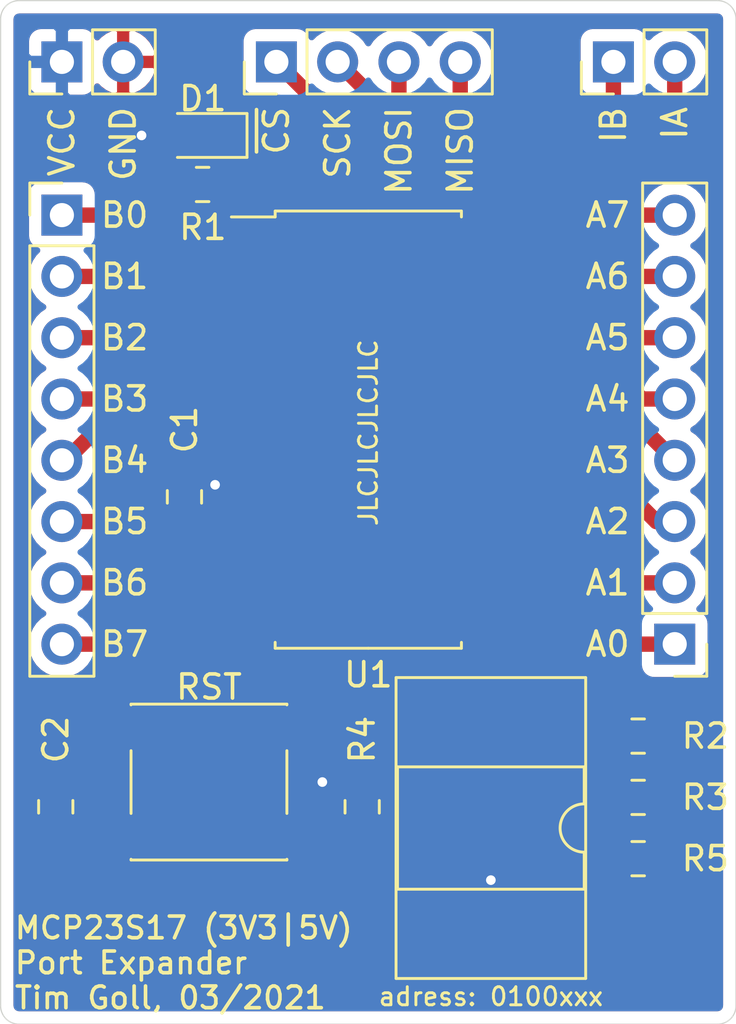
<source format=kicad_pcb>
(kicad_pcb (version 20171130) (host pcbnew "(5.1.6)-1")

  (general
    (thickness 1.6)
    (drawings 35)
    (tracks 162)
    (zones 0)
    (modules 16)
    (nets 30)
  )

  (page A4)
  (layers
    (0 F.Cu signal hide)
    (31 B.Cu signal hide)
    (32 B.Adhes user)
    (33 F.Adhes user)
    (34 B.Paste user)
    (35 F.Paste user)
    (36 B.SilkS user)
    (37 F.SilkS user)
    (38 B.Mask user)
    (39 F.Mask user)
    (40 Dwgs.User user)
    (41 Cmts.User user)
    (42 Eco1.User user)
    (43 Eco2.User user)
    (44 Edge.Cuts user)
    (45 Margin user)
    (46 B.CrtYd user)
    (47 F.CrtYd user)
    (48 B.Fab user)
    (49 F.Fab user)
  )

  (setup
    (last_trace_width 0.25)
    (user_trace_width 0.254)
    (user_trace_width 0.381)
    (user_trace_width 0.508)
    (user_trace_width 0.635)
    (user_trace_width 1.27)
    (user_trace_width 2.54)
    (trace_clearance 0.2)
    (zone_clearance 0.508)
    (zone_45_only no)
    (trace_min 0.2)
    (via_size 0.8)
    (via_drill 0.4)
    (via_min_size 0.4)
    (via_min_drill 0.3)
    (user_via 0.6 0.3)
    (user_via 0.8 0.4)
    (uvia_size 0.3)
    (uvia_drill 0.1)
    (uvias_allowed no)
    (uvia_min_size 0.2)
    (uvia_min_drill 0.1)
    (edge_width 0.05)
    (segment_width 0.2)
    (pcb_text_width 0.3)
    (pcb_text_size 1.5 1.5)
    (mod_edge_width 0.12)
    (mod_text_size 1 1)
    (mod_text_width 0.15)
    (pad_size 1.524 1.524)
    (pad_drill 0.762)
    (pad_to_mask_clearance 0.05)
    (aux_axis_origin 0 0)
    (visible_elements 7FFFFFFF)
    (pcbplotparams
      (layerselection 0x010fc_ffffffff)
      (usegerberextensions false)
      (usegerberattributes true)
      (usegerberadvancedattributes true)
      (creategerberjobfile true)
      (excludeedgelayer true)
      (linewidth 0.100000)
      (plotframeref false)
      (viasonmask false)
      (mode 1)
      (useauxorigin false)
      (hpglpennumber 1)
      (hpglpenspeed 20)
      (hpglpendiameter 15.000000)
      (psnegative false)
      (psa4output false)
      (plotreference true)
      (plotvalue true)
      (plotinvisibletext false)
      (padsonsilk false)
      (subtractmaskfromsilk false)
      (outputformat 1)
      (mirror false)
      (drillshape 0)
      (scaleselection 1)
      (outputdirectory "gerber/"))
  )

  (net 0 "")
  (net 1 +5V)
  (net 2 GND)
  (net 3 ~rst)
  (net 4 gpa0)
  (net 5 gpa1)
  (net 6 gpa2)
  (net 7 gpa3)
  (net 8 gpa4)
  (net 9 gpa5)
  (net 10 gpa6)
  (net 11 gpa7)
  (net 12 gpb7)
  (net 13 gpb6)
  (net 14 gpb5)
  (net 15 gpb4)
  (net 16 gpb3)
  (net 17 gpb2)
  (net 18 gpb1)
  (net 19 gpb0)
  (net 20 inta)
  (net 21 intb)
  (net 22 ~cs)
  (net 23 sck)
  (net 24 mosi)
  (net 25 miso)
  (net 26 a2)
  (net 27 a1)
  (net 28 a0)
  (net 29 "Net-(D1-Pad1)")

  (net_class Default "This is the default net class."
    (clearance 0.2)
    (trace_width 0.25)
    (via_dia 0.8)
    (via_drill 0.4)
    (uvia_dia 0.3)
    (uvia_drill 0.1)
    (add_net +5V)
    (add_net GND)
    (add_net "Net-(D1-Pad1)")
    (add_net a0)
    (add_net a1)
    (add_net a2)
    (add_net gpa0)
    (add_net gpa1)
    (add_net gpa2)
    (add_net gpa3)
    (add_net gpa4)
    (add_net gpa5)
    (add_net gpa6)
    (add_net gpa7)
    (add_net gpb0)
    (add_net gpb1)
    (add_net gpb2)
    (add_net gpb3)
    (add_net gpb4)
    (add_net gpb5)
    (add_net gpb6)
    (add_net gpb7)
    (add_net inta)
    (add_net intb)
    (add_net miso)
    (add_net mosi)
    (add_net sck)
    (add_net ~cs)
    (add_net ~rst)
  )

  (module Capacitor_SMD:C_0805_2012Metric_Pad1.15x1.40mm_HandSolder (layer F.Cu) (tedit 5B36C52B) (tstamp 604C46DC)
    (at 119.38 66.285 90)
    (descr "Capacitor SMD 0805 (2012 Metric), square (rectangular) end terminal, IPC_7351 nominal with elongated pad for handsoldering. (Body size source: https://docs.google.com/spreadsheets/d/1BsfQQcO9C6DZCsRaXUlFlo91Tg2WpOkGARC1WS5S8t0/edit?usp=sharing), generated with kicad-footprint-generator")
    (tags "capacitor handsolder")
    (path /604E3A08)
    (attr smd)
    (fp_text reference C1 (at 2.785 0 90) (layer F.SilkS)
      (effects (font (size 1 1) (thickness 0.15)))
    )
    (fp_text value 100n (at 0 1.65 90) (layer F.Fab)
      (effects (font (size 1 1) (thickness 0.15)))
    )
    (fp_line (start -1 0.6) (end -1 -0.6) (layer F.Fab) (width 0.1))
    (fp_line (start -1 -0.6) (end 1 -0.6) (layer F.Fab) (width 0.1))
    (fp_line (start 1 -0.6) (end 1 0.6) (layer F.Fab) (width 0.1))
    (fp_line (start 1 0.6) (end -1 0.6) (layer F.Fab) (width 0.1))
    (fp_line (start -0.261252 -0.71) (end 0.261252 -0.71) (layer F.SilkS) (width 0.12))
    (fp_line (start -0.261252 0.71) (end 0.261252 0.71) (layer F.SilkS) (width 0.12))
    (fp_line (start -1.85 0.95) (end -1.85 -0.95) (layer F.CrtYd) (width 0.05))
    (fp_line (start -1.85 -0.95) (end 1.85 -0.95) (layer F.CrtYd) (width 0.05))
    (fp_line (start 1.85 -0.95) (end 1.85 0.95) (layer F.CrtYd) (width 0.05))
    (fp_line (start 1.85 0.95) (end -1.85 0.95) (layer F.CrtYd) (width 0.05))
    (fp_text user %R (at 0 0 90) (layer F.Fab)
      (effects (font (size 0.5 0.5) (thickness 0.08)))
    )
    (pad 2 smd roundrect (at 1.025 0 90) (size 1.15 1.4) (layers F.Cu F.Paste F.Mask) (roundrect_rratio 0.217391)
      (net 1 +5V))
    (pad 1 smd roundrect (at -1.025 0 90) (size 1.15 1.4) (layers F.Cu F.Paste F.Mask) (roundrect_rratio 0.217391)
      (net 2 GND))
    (model ${KISYS3DMOD}/Capacitor_SMD.3dshapes/C_0805_2012Metric.wrl
      (at (xyz 0 0 0))
      (scale (xyz 1 1 1))
      (rotate (xyz 0 0 0))
    )
  )

  (module Capacitor_SMD:C_0805_2012Metric_Pad1.15x1.40mm_HandSolder (layer F.Cu) (tedit 5B36C52B) (tstamp 604C46ED)
    (at 114.046 79.13 90)
    (descr "Capacitor SMD 0805 (2012 Metric), square (rectangular) end terminal, IPC_7351 nominal with elongated pad for handsoldering. (Body size source: https://docs.google.com/spreadsheets/d/1BsfQQcO9C6DZCsRaXUlFlo91Tg2WpOkGARC1WS5S8t0/edit?usp=sharing), generated with kicad-footprint-generator")
    (tags "capacitor handsolder")
    (path /604DBBED)
    (attr smd)
    (fp_text reference C2 (at 2.785 0 90) (layer F.SilkS)
      (effects (font (size 1 1) (thickness 0.15)))
    )
    (fp_text value 100n (at 0 1.65 90) (layer F.Fab)
      (effects (font (size 1 1) (thickness 0.15)))
    )
    (fp_line (start 1.85 0.95) (end -1.85 0.95) (layer F.CrtYd) (width 0.05))
    (fp_line (start 1.85 -0.95) (end 1.85 0.95) (layer F.CrtYd) (width 0.05))
    (fp_line (start -1.85 -0.95) (end 1.85 -0.95) (layer F.CrtYd) (width 0.05))
    (fp_line (start -1.85 0.95) (end -1.85 -0.95) (layer F.CrtYd) (width 0.05))
    (fp_line (start -0.261252 0.71) (end 0.261252 0.71) (layer F.SilkS) (width 0.12))
    (fp_line (start -0.261252 -0.71) (end 0.261252 -0.71) (layer F.SilkS) (width 0.12))
    (fp_line (start 1 0.6) (end -1 0.6) (layer F.Fab) (width 0.1))
    (fp_line (start 1 -0.6) (end 1 0.6) (layer F.Fab) (width 0.1))
    (fp_line (start -1 -0.6) (end 1 -0.6) (layer F.Fab) (width 0.1))
    (fp_line (start -1 0.6) (end -1 -0.6) (layer F.Fab) (width 0.1))
    (fp_text user %R (at 0 0 90) (layer F.Fab)
      (effects (font (size 0.5 0.5) (thickness 0.08)))
    )
    (pad 1 smd roundrect (at -1.025 0 90) (size 1.15 1.4) (layers F.Cu F.Paste F.Mask) (roundrect_rratio 0.217391)
      (net 3 ~rst))
    (pad 2 smd roundrect (at 1.025 0 90) (size 1.15 1.4) (layers F.Cu F.Paste F.Mask) (roundrect_rratio 0.217391)
      (net 2 GND))
    (model ${KISYS3DMOD}/Capacitor_SMD.3dshapes/C_0805_2012Metric.wrl
      (at (xyz 0 0 0))
      (scale (xyz 1 1 1))
      (rotate (xyz 0 0 0))
    )
  )

  (module LED_SMD:LED_0805_2012Metric_Castellated (layer F.Cu) (tedit 5B36C52C) (tstamp 604CAA03)
    (at 120.0885 51.308 180)
    (descr "LED SMD 0805 (2012 Metric), castellated end terminal, IPC_7351 nominal, (Body size source: https://docs.google.com/spreadsheets/d/1BsfQQcO9C6DZCsRaXUlFlo91Tg2WpOkGARC1WS5S8t0/edit?usp=sharing), generated with kicad-footprint-generator")
    (tags "LED castellated")
    (path /6052690A)
    (attr smd)
    (fp_text reference D1 (at -0.0535 1.524) (layer F.SilkS)
      (effects (font (size 1 1) (thickness 0.15)))
    )
    (fp_text value pwr (at 0 1.6) (layer F.Fab)
      (effects (font (size 1 1) (thickness 0.15)))
    )
    (fp_line (start 1.88 0.9) (end -1.88 0.9) (layer F.CrtYd) (width 0.05))
    (fp_line (start 1.88 -0.9) (end 1.88 0.9) (layer F.CrtYd) (width 0.05))
    (fp_line (start -1.88 -0.9) (end 1.88 -0.9) (layer F.CrtYd) (width 0.05))
    (fp_line (start -1.88 0.9) (end -1.88 -0.9) (layer F.CrtYd) (width 0.05))
    (fp_line (start -1.885 0.91) (end 1 0.91) (layer F.SilkS) (width 0.12))
    (fp_line (start -1.885 -0.91) (end -1.885 0.91) (layer F.SilkS) (width 0.12))
    (fp_line (start 1 -0.91) (end -1.885 -0.91) (layer F.SilkS) (width 0.12))
    (fp_line (start 1 0.6) (end 1 -0.6) (layer F.Fab) (width 0.1))
    (fp_line (start -1 0.6) (end 1 0.6) (layer F.Fab) (width 0.1))
    (fp_line (start -1 -0.3) (end -1 0.6) (layer F.Fab) (width 0.1))
    (fp_line (start -0.7 -0.6) (end -1 -0.3) (layer F.Fab) (width 0.1))
    (fp_line (start 1 -0.6) (end -0.7 -0.6) (layer F.Fab) (width 0.1))
    (fp_text user %R (at 0 0) (layer F.Fab)
      (effects (font (size 0.5 0.5) (thickness 0.08)))
    )
    (pad 1 smd roundrect (at -0.9625 0 180) (size 1.325 1.3) (layers F.Cu F.Paste F.Mask) (roundrect_rratio 0.192308)
      (net 29 "Net-(D1-Pad1)"))
    (pad 2 smd roundrect (at 0.9625 0 180) (size 1.325 1.3) (layers F.Cu F.Paste F.Mask) (roundrect_rratio 0.192308)
      (net 1 +5V))
    (model ${KISYS3DMOD}/LED_SMD.3dshapes/LED_0805_2012Metric_Castellated.wrl
      (at (xyz 0 0 0))
      (scale (xyz 1 1 1))
      (rotate (xyz 0 0 0))
    )
  )

  (module Connector_PinHeader_2.54mm:PinHeader_1x08_P2.54mm_Vertical (layer F.Cu) (tedit 59FED5CC) (tstamp 604C471C)
    (at 139.7 72.39 180)
    (descr "Through hole straight pin header, 1x08, 2.54mm pitch, single row")
    (tags "Through hole pin header THT 1x08 2.54mm single row")
    (path /604E7F60)
    (fp_text reference J1 (at 0 -2.33) (layer F.SilkS) hide
      (effects (font (size 1 1) (thickness 0.15)))
    )
    (fp_text value GPA (at 0 20.11) (layer F.Fab)
      (effects (font (size 1 1) (thickness 0.15)))
    )
    (fp_line (start 1.8 -1.8) (end -1.8 -1.8) (layer F.CrtYd) (width 0.05))
    (fp_line (start 1.8 19.55) (end 1.8 -1.8) (layer F.CrtYd) (width 0.05))
    (fp_line (start -1.8 19.55) (end 1.8 19.55) (layer F.CrtYd) (width 0.05))
    (fp_line (start -1.8 -1.8) (end -1.8 19.55) (layer F.CrtYd) (width 0.05))
    (fp_line (start -1.33 -1.33) (end 0 -1.33) (layer F.SilkS) (width 0.12))
    (fp_line (start -1.33 0) (end -1.33 -1.33) (layer F.SilkS) (width 0.12))
    (fp_line (start -1.33 1.27) (end 1.33 1.27) (layer F.SilkS) (width 0.12))
    (fp_line (start 1.33 1.27) (end 1.33 19.11) (layer F.SilkS) (width 0.12))
    (fp_line (start -1.33 1.27) (end -1.33 19.11) (layer F.SilkS) (width 0.12))
    (fp_line (start -1.33 19.11) (end 1.33 19.11) (layer F.SilkS) (width 0.12))
    (fp_line (start -1.27 -0.635) (end -0.635 -1.27) (layer F.Fab) (width 0.1))
    (fp_line (start -1.27 19.05) (end -1.27 -0.635) (layer F.Fab) (width 0.1))
    (fp_line (start 1.27 19.05) (end -1.27 19.05) (layer F.Fab) (width 0.1))
    (fp_line (start 1.27 -1.27) (end 1.27 19.05) (layer F.Fab) (width 0.1))
    (fp_line (start -0.635 -1.27) (end 1.27 -1.27) (layer F.Fab) (width 0.1))
    (fp_text user %R (at 0 8.89 90) (layer F.Fab)
      (effects (font (size 1 1) (thickness 0.15)))
    )
    (pad 1 thru_hole rect (at 0 0 180) (size 1.7 1.7) (drill 1) (layers *.Cu *.Mask)
      (net 4 gpa0))
    (pad 2 thru_hole oval (at 0 2.54 180) (size 1.7 1.7) (drill 1) (layers *.Cu *.Mask)
      (net 5 gpa1))
    (pad 3 thru_hole oval (at 0 5.08 180) (size 1.7 1.7) (drill 1) (layers *.Cu *.Mask)
      (net 6 gpa2))
    (pad 4 thru_hole oval (at 0 7.62 180) (size 1.7 1.7) (drill 1) (layers *.Cu *.Mask)
      (net 7 gpa3))
    (pad 5 thru_hole oval (at 0 10.16 180) (size 1.7 1.7) (drill 1) (layers *.Cu *.Mask)
      (net 8 gpa4))
    (pad 6 thru_hole oval (at 0 12.7 180) (size 1.7 1.7) (drill 1) (layers *.Cu *.Mask)
      (net 9 gpa5))
    (pad 7 thru_hole oval (at 0 15.24 180) (size 1.7 1.7) (drill 1) (layers *.Cu *.Mask)
      (net 10 gpa6))
    (pad 8 thru_hole oval (at 0 17.78 180) (size 1.7 1.7) (drill 1) (layers *.Cu *.Mask)
      (net 11 gpa7))
    (model ${KISYS3DMOD}/Connector_PinHeader_2.54mm.3dshapes/PinHeader_1x08_P2.54mm_Vertical.wrl
      (at (xyz 0 0 0))
      (scale (xyz 1 1 1))
      (rotate (xyz 0 0 0))
    )
  )

  (module Connector_PinHeader_2.54mm:PinHeader_1x08_P2.54mm_Vertical (layer F.Cu) (tedit 59FED5CC) (tstamp 604C4738)
    (at 114.3 54.61)
    (descr "Through hole straight pin header, 1x08, 2.54mm pitch, single row")
    (tags "Through hole pin header THT 1x08 2.54mm single row")
    (path /604EAA2D)
    (fp_text reference J2 (at 0 -2.33) (layer F.SilkS) hide
      (effects (font (size 1 1) (thickness 0.15)))
    )
    (fp_text value GPB (at 0 20.11) (layer F.Fab)
      (effects (font (size 1 1) (thickness 0.15)))
    )
    (fp_line (start -0.635 -1.27) (end 1.27 -1.27) (layer F.Fab) (width 0.1))
    (fp_line (start 1.27 -1.27) (end 1.27 19.05) (layer F.Fab) (width 0.1))
    (fp_line (start 1.27 19.05) (end -1.27 19.05) (layer F.Fab) (width 0.1))
    (fp_line (start -1.27 19.05) (end -1.27 -0.635) (layer F.Fab) (width 0.1))
    (fp_line (start -1.27 -0.635) (end -0.635 -1.27) (layer F.Fab) (width 0.1))
    (fp_line (start -1.33 19.11) (end 1.33 19.11) (layer F.SilkS) (width 0.12))
    (fp_line (start -1.33 1.27) (end -1.33 19.11) (layer F.SilkS) (width 0.12))
    (fp_line (start 1.33 1.27) (end 1.33 19.11) (layer F.SilkS) (width 0.12))
    (fp_line (start -1.33 1.27) (end 1.33 1.27) (layer F.SilkS) (width 0.12))
    (fp_line (start -1.33 0) (end -1.33 -1.33) (layer F.SilkS) (width 0.12))
    (fp_line (start -1.33 -1.33) (end 0 -1.33) (layer F.SilkS) (width 0.12))
    (fp_line (start -1.8 -1.8) (end -1.8 19.55) (layer F.CrtYd) (width 0.05))
    (fp_line (start -1.8 19.55) (end 1.8 19.55) (layer F.CrtYd) (width 0.05))
    (fp_line (start 1.8 19.55) (end 1.8 -1.8) (layer F.CrtYd) (width 0.05))
    (fp_line (start 1.8 -1.8) (end -1.8 -1.8) (layer F.CrtYd) (width 0.05))
    (fp_text user %R (at 0 8.89 90) (layer F.Fab)
      (effects (font (size 1 1) (thickness 0.15)))
    )
    (pad 8 thru_hole oval (at 0 17.78) (size 1.7 1.7) (drill 1) (layers *.Cu *.Mask)
      (net 12 gpb7))
    (pad 7 thru_hole oval (at 0 15.24) (size 1.7 1.7) (drill 1) (layers *.Cu *.Mask)
      (net 13 gpb6))
    (pad 6 thru_hole oval (at 0 12.7) (size 1.7 1.7) (drill 1) (layers *.Cu *.Mask)
      (net 14 gpb5))
    (pad 5 thru_hole oval (at 0 10.16) (size 1.7 1.7) (drill 1) (layers *.Cu *.Mask)
      (net 15 gpb4))
    (pad 4 thru_hole oval (at 0 7.62) (size 1.7 1.7) (drill 1) (layers *.Cu *.Mask)
      (net 16 gpb3))
    (pad 3 thru_hole oval (at 0 5.08) (size 1.7 1.7) (drill 1) (layers *.Cu *.Mask)
      (net 17 gpb2))
    (pad 2 thru_hole oval (at 0 2.54) (size 1.7 1.7) (drill 1) (layers *.Cu *.Mask)
      (net 18 gpb1))
    (pad 1 thru_hole rect (at 0 0) (size 1.7 1.7) (drill 1) (layers *.Cu *.Mask)
      (net 19 gpb0))
    (model ${KISYS3DMOD}/Connector_PinHeader_2.54mm.3dshapes/PinHeader_1x08_P2.54mm_Vertical.wrl
      (at (xyz 0 0 0))
      (scale (xyz 1 1 1))
      (rotate (xyz 0 0 0))
    )
  )

  (module Connector_PinHeader_2.54mm:PinHeader_1x02_P2.54mm_Vertical (layer F.Cu) (tedit 59FED5CC) (tstamp 604C507F)
    (at 137.16 48.26 90)
    (descr "Through hole straight pin header, 1x02, 2.54mm pitch, single row")
    (tags "Through hole pin header THT 1x02 2.54mm single row")
    (path /604EFDB9)
    (fp_text reference J3 (at 0 -2.33 90) (layer F.SilkS) hide
      (effects (font (size 1 1) (thickness 0.15)))
    )
    (fp_text value INT (at 0 4.87 90) (layer F.Fab)
      (effects (font (size 1 1) (thickness 0.15)))
    )
    (fp_line (start 1.8 -1.8) (end -1.8 -1.8) (layer F.CrtYd) (width 0.05))
    (fp_line (start 1.8 4.35) (end 1.8 -1.8) (layer F.CrtYd) (width 0.05))
    (fp_line (start -1.8 4.35) (end 1.8 4.35) (layer F.CrtYd) (width 0.05))
    (fp_line (start -1.8 -1.8) (end -1.8 4.35) (layer F.CrtYd) (width 0.05))
    (fp_line (start -1.33 -1.33) (end 0 -1.33) (layer F.SilkS) (width 0.12))
    (fp_line (start -1.33 0) (end -1.33 -1.33) (layer F.SilkS) (width 0.12))
    (fp_line (start -1.33 1.27) (end 1.33 1.27) (layer F.SilkS) (width 0.12))
    (fp_line (start 1.33 1.27) (end 1.33 3.87) (layer F.SilkS) (width 0.12))
    (fp_line (start -1.33 1.27) (end -1.33 3.87) (layer F.SilkS) (width 0.12))
    (fp_line (start -1.33 3.87) (end 1.33 3.87) (layer F.SilkS) (width 0.12))
    (fp_line (start -1.27 -0.635) (end -0.635 -1.27) (layer F.Fab) (width 0.1))
    (fp_line (start -1.27 3.81) (end -1.27 -0.635) (layer F.Fab) (width 0.1))
    (fp_line (start 1.27 3.81) (end -1.27 3.81) (layer F.Fab) (width 0.1))
    (fp_line (start 1.27 -1.27) (end 1.27 3.81) (layer F.Fab) (width 0.1))
    (fp_line (start -0.635 -1.27) (end 1.27 -1.27) (layer F.Fab) (width 0.1))
    (fp_text user %R (at 0 1.27) (layer F.Fab)
      (effects (font (size 1 1) (thickness 0.15)))
    )
    (pad 1 thru_hole rect (at 0 0 90) (size 1.7 1.7) (drill 1) (layers *.Cu *.Mask)
      (net 21 intb))
    (pad 2 thru_hole oval (at 0 2.54 90) (size 1.7 1.7) (drill 1) (layers *.Cu *.Mask)
      (net 20 inta))
    (model ${KISYS3DMOD}/Connector_PinHeader_2.54mm.3dshapes/PinHeader_1x02_P2.54mm_Vertical.wrl
      (at (xyz 0 0 0))
      (scale (xyz 1 1 1))
      (rotate (xyz 0 0 0))
    )
  )

  (module Connector_PinHeader_2.54mm:PinHeader_1x04_P2.54mm_Vertical (layer F.Cu) (tedit 59FED5CC) (tstamp 604C4766)
    (at 123.19 48.26 90)
    (descr "Through hole straight pin header, 1x04, 2.54mm pitch, single row")
    (tags "Through hole pin header THT 1x04 2.54mm single row")
    (path /604F0D4D)
    (fp_text reference J4 (at 0 -2.33 90) (layer F.SilkS) hide
      (effects (font (size 1 1) (thickness 0.15)))
    )
    (fp_text value SPI (at 0 9.95 90) (layer F.Fab)
      (effects (font (size 1 1) (thickness 0.15)))
    )
    (fp_line (start 1.8 -1.8) (end -1.8 -1.8) (layer F.CrtYd) (width 0.05))
    (fp_line (start 1.8 9.4) (end 1.8 -1.8) (layer F.CrtYd) (width 0.05))
    (fp_line (start -1.8 9.4) (end 1.8 9.4) (layer F.CrtYd) (width 0.05))
    (fp_line (start -1.8 -1.8) (end -1.8 9.4) (layer F.CrtYd) (width 0.05))
    (fp_line (start -1.33 -1.33) (end 0 -1.33) (layer F.SilkS) (width 0.12))
    (fp_line (start -1.33 0) (end -1.33 -1.33) (layer F.SilkS) (width 0.12))
    (fp_line (start -1.33 1.27) (end 1.33 1.27) (layer F.SilkS) (width 0.12))
    (fp_line (start 1.33 1.27) (end 1.33 8.95) (layer F.SilkS) (width 0.12))
    (fp_line (start -1.33 1.27) (end -1.33 8.95) (layer F.SilkS) (width 0.12))
    (fp_line (start -1.33 8.95) (end 1.33 8.95) (layer F.SilkS) (width 0.12))
    (fp_line (start -1.27 -0.635) (end -0.635 -1.27) (layer F.Fab) (width 0.1))
    (fp_line (start -1.27 8.89) (end -1.27 -0.635) (layer F.Fab) (width 0.1))
    (fp_line (start 1.27 8.89) (end -1.27 8.89) (layer F.Fab) (width 0.1))
    (fp_line (start 1.27 -1.27) (end 1.27 8.89) (layer F.Fab) (width 0.1))
    (fp_line (start -0.635 -1.27) (end 1.27 -1.27) (layer F.Fab) (width 0.1))
    (fp_text user %R (at 0 3.81) (layer F.Fab)
      (effects (font (size 1 1) (thickness 0.15)))
    )
    (pad 1 thru_hole rect (at 0 0 90) (size 1.7 1.7) (drill 1) (layers *.Cu *.Mask)
      (net 22 ~cs))
    (pad 2 thru_hole oval (at 0 2.54 90) (size 1.7 1.7) (drill 1) (layers *.Cu *.Mask)
      (net 23 sck))
    (pad 3 thru_hole oval (at 0 5.08 90) (size 1.7 1.7) (drill 1) (layers *.Cu *.Mask)
      (net 24 mosi))
    (pad 4 thru_hole oval (at 0 7.62 90) (size 1.7 1.7) (drill 1) (layers *.Cu *.Mask)
      (net 25 miso))
    (model ${KISYS3DMOD}/Connector_PinHeader_2.54mm.3dshapes/PinHeader_1x04_P2.54mm_Vertical.wrl
      (at (xyz 0 0 0))
      (scale (xyz 1 1 1))
      (rotate (xyz 0 0 0))
    )
  )

  (module Resistor_SMD:R_0805_2012Metric_Pad1.15x1.40mm_HandSolder (layer F.Cu) (tedit 5B36C52B) (tstamp 604C4777)
    (at 120.133 53.34 180)
    (descr "Resistor SMD 0805 (2012 Metric), square (rectangular) end terminal, IPC_7351 nominal with elongated pad for handsoldering. (Body size source: https://docs.google.com/spreadsheets/d/1BsfQQcO9C6DZCsRaXUlFlo91Tg2WpOkGARC1WS5S8t0/edit?usp=sharing), generated with kicad-footprint-generator")
    (tags "resistor handsolder")
    (path /60522864)
    (attr smd)
    (fp_text reference R1 (at -0.009 -1.778) (layer F.SilkS)
      (effects (font (size 1 1) (thickness 0.15)))
    )
    (fp_text value 2k2 (at 0 1.65) (layer F.Fab)
      (effects (font (size 1 1) (thickness 0.15)))
    )
    (fp_line (start 1.85 0.95) (end -1.85 0.95) (layer F.CrtYd) (width 0.05))
    (fp_line (start 1.85 -0.95) (end 1.85 0.95) (layer F.CrtYd) (width 0.05))
    (fp_line (start -1.85 -0.95) (end 1.85 -0.95) (layer F.CrtYd) (width 0.05))
    (fp_line (start -1.85 0.95) (end -1.85 -0.95) (layer F.CrtYd) (width 0.05))
    (fp_line (start -0.261252 0.71) (end 0.261252 0.71) (layer F.SilkS) (width 0.12))
    (fp_line (start -0.261252 -0.71) (end 0.261252 -0.71) (layer F.SilkS) (width 0.12))
    (fp_line (start 1 0.6) (end -1 0.6) (layer F.Fab) (width 0.1))
    (fp_line (start 1 -0.6) (end 1 0.6) (layer F.Fab) (width 0.1))
    (fp_line (start -1 -0.6) (end 1 -0.6) (layer F.Fab) (width 0.1))
    (fp_line (start -1 0.6) (end -1 -0.6) (layer F.Fab) (width 0.1))
    (fp_text user %R (at 0 0) (layer F.Fab)
      (effects (font (size 0.5 0.5) (thickness 0.08)))
    )
    (pad 1 smd roundrect (at -1.025 0 180) (size 1.15 1.4) (layers F.Cu F.Paste F.Mask) (roundrect_rratio 0.217391)
      (net 29 "Net-(D1-Pad1)"))
    (pad 2 smd roundrect (at 1.025 0 180) (size 1.15 1.4) (layers F.Cu F.Paste F.Mask) (roundrect_rratio 0.217391)
      (net 2 GND))
    (model ${KISYS3DMOD}/Resistor_SMD.3dshapes/R_0805_2012Metric.wrl
      (at (xyz 0 0 0))
      (scale (xyz 1 1 1))
      (rotate (xyz 0 0 0))
    )
  )

  (module Resistor_SMD:R_0805_2012Metric_Pad1.15x1.40mm_HandSolder (layer F.Cu) (tedit 5B36C52B) (tstamp 604C4788)
    (at 138.185 76.2)
    (descr "Resistor SMD 0805 (2012 Metric), square (rectangular) end terminal, IPC_7351 nominal with elongated pad for handsoldering. (Body size source: https://docs.google.com/spreadsheets/d/1BsfQQcO9C6DZCsRaXUlFlo91Tg2WpOkGARC1WS5S8t0/edit?usp=sharing), generated with kicad-footprint-generator")
    (tags "resistor handsolder")
    (path /604D142D)
    (attr smd)
    (fp_text reference R2 (at 2.785 0) (layer F.SilkS)
      (effects (font (size 1 1) (thickness 0.15)))
    )
    (fp_text value 10k (at 0 1.65) (layer F.Fab)
      (effects (font (size 1 1) (thickness 0.15)))
    )
    (fp_line (start 1.85 0.95) (end -1.85 0.95) (layer F.CrtYd) (width 0.05))
    (fp_line (start 1.85 -0.95) (end 1.85 0.95) (layer F.CrtYd) (width 0.05))
    (fp_line (start -1.85 -0.95) (end 1.85 -0.95) (layer F.CrtYd) (width 0.05))
    (fp_line (start -1.85 0.95) (end -1.85 -0.95) (layer F.CrtYd) (width 0.05))
    (fp_line (start -0.261252 0.71) (end 0.261252 0.71) (layer F.SilkS) (width 0.12))
    (fp_line (start -0.261252 -0.71) (end 0.261252 -0.71) (layer F.SilkS) (width 0.12))
    (fp_line (start 1 0.6) (end -1 0.6) (layer F.Fab) (width 0.1))
    (fp_line (start 1 -0.6) (end 1 0.6) (layer F.Fab) (width 0.1))
    (fp_line (start -1 -0.6) (end 1 -0.6) (layer F.Fab) (width 0.1))
    (fp_line (start -1 0.6) (end -1 -0.6) (layer F.Fab) (width 0.1))
    (fp_text user %R (at 0 0) (layer F.Fab)
      (effects (font (size 0.5 0.5) (thickness 0.08)))
    )
    (pad 1 smd roundrect (at -1.025 0) (size 1.15 1.4) (layers F.Cu F.Paste F.Mask) (roundrect_rratio 0.217391)
      (net 26 a2))
    (pad 2 smd roundrect (at 1.025 0) (size 1.15 1.4) (layers F.Cu F.Paste F.Mask) (roundrect_rratio 0.217391)
      (net 2 GND))
    (model ${KISYS3DMOD}/Resistor_SMD.3dshapes/R_0805_2012Metric.wrl
      (at (xyz 0 0 0))
      (scale (xyz 1 1 1))
      (rotate (xyz 0 0 0))
    )
  )

  (module Resistor_SMD:R_0805_2012Metric_Pad1.15x1.40mm_HandSolder (layer F.Cu) (tedit 5B36C52B) (tstamp 604C6E1B)
    (at 138.185 78.74)
    (descr "Resistor SMD 0805 (2012 Metric), square (rectangular) end terminal, IPC_7351 nominal with elongated pad for handsoldering. (Body size source: https://docs.google.com/spreadsheets/d/1BsfQQcO9C6DZCsRaXUlFlo91Tg2WpOkGARC1WS5S8t0/edit?usp=sharing), generated with kicad-footprint-generator")
    (tags "resistor handsolder")
    (path /604D2093)
    (attr smd)
    (fp_text reference R3 (at 2.785 0) (layer F.SilkS)
      (effects (font (size 1 1) (thickness 0.15)))
    )
    (fp_text value 10k (at 0 1.65) (layer F.Fab)
      (effects (font (size 1 1) (thickness 0.15)))
    )
    (fp_line (start -1 0.6) (end -1 -0.6) (layer F.Fab) (width 0.1))
    (fp_line (start -1 -0.6) (end 1 -0.6) (layer F.Fab) (width 0.1))
    (fp_line (start 1 -0.6) (end 1 0.6) (layer F.Fab) (width 0.1))
    (fp_line (start 1 0.6) (end -1 0.6) (layer F.Fab) (width 0.1))
    (fp_line (start -0.261252 -0.71) (end 0.261252 -0.71) (layer F.SilkS) (width 0.12))
    (fp_line (start -0.261252 0.71) (end 0.261252 0.71) (layer F.SilkS) (width 0.12))
    (fp_line (start -1.85 0.95) (end -1.85 -0.95) (layer F.CrtYd) (width 0.05))
    (fp_line (start -1.85 -0.95) (end 1.85 -0.95) (layer F.CrtYd) (width 0.05))
    (fp_line (start 1.85 -0.95) (end 1.85 0.95) (layer F.CrtYd) (width 0.05))
    (fp_line (start 1.85 0.95) (end -1.85 0.95) (layer F.CrtYd) (width 0.05))
    (fp_text user %R (at 0 0) (layer F.Fab)
      (effects (font (size 0.5 0.5) (thickness 0.08)))
    )
    (pad 2 smd roundrect (at 1.025 0) (size 1.15 1.4) (layers F.Cu F.Paste F.Mask) (roundrect_rratio 0.217391)
      (net 2 GND))
    (pad 1 smd roundrect (at -1.025 0) (size 1.15 1.4) (layers F.Cu F.Paste F.Mask) (roundrect_rratio 0.217391)
      (net 27 a1))
    (model ${KISYS3DMOD}/Resistor_SMD.3dshapes/R_0805_2012Metric.wrl
      (at (xyz 0 0 0))
      (scale (xyz 1 1 1))
      (rotate (xyz 0 0 0))
    )
  )

  (module Resistor_SMD:R_0805_2012Metric_Pad1.15x1.40mm_HandSolder (layer F.Cu) (tedit 5B36C52B) (tstamp 604C47AA)
    (at 126.746 79.13 270)
    (descr "Resistor SMD 0805 (2012 Metric), square (rectangular) end terminal, IPC_7351 nominal with elongated pad for handsoldering. (Body size source: https://docs.google.com/spreadsheets/d/1BsfQQcO9C6DZCsRaXUlFlo91Tg2WpOkGARC1WS5S8t0/edit?usp=sharing), generated with kicad-footprint-generator")
    (tags "resistor handsolder")
    (path /604DD143)
    (attr smd)
    (fp_text reference R4 (at -2.785 0 90) (layer F.SilkS)
      (effects (font (size 1 1) (thickness 0.15)))
    )
    (fp_text value 10k (at 0 1.65 90) (layer F.Fab)
      (effects (font (size 1 1) (thickness 0.15)))
    )
    (fp_line (start -1 0.6) (end -1 -0.6) (layer F.Fab) (width 0.1))
    (fp_line (start -1 -0.6) (end 1 -0.6) (layer F.Fab) (width 0.1))
    (fp_line (start 1 -0.6) (end 1 0.6) (layer F.Fab) (width 0.1))
    (fp_line (start 1 0.6) (end -1 0.6) (layer F.Fab) (width 0.1))
    (fp_line (start -0.261252 -0.71) (end 0.261252 -0.71) (layer F.SilkS) (width 0.12))
    (fp_line (start -0.261252 0.71) (end 0.261252 0.71) (layer F.SilkS) (width 0.12))
    (fp_line (start -1.85 0.95) (end -1.85 -0.95) (layer F.CrtYd) (width 0.05))
    (fp_line (start -1.85 -0.95) (end 1.85 -0.95) (layer F.CrtYd) (width 0.05))
    (fp_line (start 1.85 -0.95) (end 1.85 0.95) (layer F.CrtYd) (width 0.05))
    (fp_line (start 1.85 0.95) (end -1.85 0.95) (layer F.CrtYd) (width 0.05))
    (fp_text user %R (at 0 0 90) (layer F.Fab)
      (effects (font (size 0.5 0.5) (thickness 0.08)))
    )
    (pad 2 smd roundrect (at 1.025 0 270) (size 1.15 1.4) (layers F.Cu F.Paste F.Mask) (roundrect_rratio 0.217391)
      (net 3 ~rst))
    (pad 1 smd roundrect (at -1.025 0 270) (size 1.15 1.4) (layers F.Cu F.Paste F.Mask) (roundrect_rratio 0.217391)
      (net 1 +5V))
    (model ${KISYS3DMOD}/Resistor_SMD.3dshapes/R_0805_2012Metric.wrl
      (at (xyz 0 0 0))
      (scale (xyz 1 1 1))
      (rotate (xyz 0 0 0))
    )
  )

  (module Resistor_SMD:R_0805_2012Metric_Pad1.15x1.40mm_HandSolder (layer F.Cu) (tedit 5B36C52B) (tstamp 604C47BB)
    (at 138.185 81.28)
    (descr "Resistor SMD 0805 (2012 Metric), square (rectangular) end terminal, IPC_7351 nominal with elongated pad for handsoldering. (Body size source: https://docs.google.com/spreadsheets/d/1BsfQQcO9C6DZCsRaXUlFlo91Tg2WpOkGARC1WS5S8t0/edit?usp=sharing), generated with kicad-footprint-generator")
    (tags "resistor handsolder")
    (path /604D22B2)
    (attr smd)
    (fp_text reference R5 (at 2.785 0) (layer F.SilkS)
      (effects (font (size 1 1) (thickness 0.15)))
    )
    (fp_text value 10k (at 0 1.65) (layer F.Fab)
      (effects (font (size 1 1) (thickness 0.15)))
    )
    (fp_line (start 1.85 0.95) (end -1.85 0.95) (layer F.CrtYd) (width 0.05))
    (fp_line (start 1.85 -0.95) (end 1.85 0.95) (layer F.CrtYd) (width 0.05))
    (fp_line (start -1.85 -0.95) (end 1.85 -0.95) (layer F.CrtYd) (width 0.05))
    (fp_line (start -1.85 0.95) (end -1.85 -0.95) (layer F.CrtYd) (width 0.05))
    (fp_line (start -0.261252 0.71) (end 0.261252 0.71) (layer F.SilkS) (width 0.12))
    (fp_line (start -0.261252 -0.71) (end 0.261252 -0.71) (layer F.SilkS) (width 0.12))
    (fp_line (start 1 0.6) (end -1 0.6) (layer F.Fab) (width 0.1))
    (fp_line (start 1 -0.6) (end 1 0.6) (layer F.Fab) (width 0.1))
    (fp_line (start -1 -0.6) (end 1 -0.6) (layer F.Fab) (width 0.1))
    (fp_line (start -1 0.6) (end -1 -0.6) (layer F.Fab) (width 0.1))
    (fp_text user %R (at 0 0) (layer F.Fab)
      (effects (font (size 0.5 0.5) (thickness 0.08)))
    )
    (pad 1 smd roundrect (at -1.025 0) (size 1.15 1.4) (layers F.Cu F.Paste F.Mask) (roundrect_rratio 0.217391)
      (net 28 a0))
    (pad 2 smd roundrect (at 1.025 0) (size 1.15 1.4) (layers F.Cu F.Paste F.Mask) (roundrect_rratio 0.217391)
      (net 2 GND))
    (model ${KISYS3DMOD}/Resistor_SMD.3dshapes/R_0805_2012Metric.wrl
      (at (xyz 0 0 0))
      (scale (xyz 1 1 1))
      (rotate (xyz 0 0 0))
    )
  )

  (module Button_Switch_SMD:SW_Push_1P1T_NO_6x6mm_H9.5mm (layer F.Cu) (tedit 5CA1CA7F) (tstamp 604C72FF)
    (at 120.396 78.105 180)
    (descr "tactile push button, 6x6mm e.g. PTS645xx series, height=9.5mm")
    (tags "tact sw push 6mm smd")
    (path /604D9412)
    (attr smd)
    (fp_text reference RST (at 0 3.937) (layer F.SilkS)
      (effects (font (size 1 1) (thickness 0.15)))
    )
    (fp_text value RST (at 0 4.15) (layer F.Fab)
      (effects (font (size 1 1) (thickness 0.15)))
    )
    (fp_circle (center 0 0) (end 1.75 -0.05) (layer F.Fab) (width 0.1))
    (fp_line (start -3.23 3.23) (end 3.23 3.23) (layer F.SilkS) (width 0.12))
    (fp_line (start -3.23 -1.3) (end -3.23 1.3) (layer F.SilkS) (width 0.12))
    (fp_line (start -3.23 -3.23) (end 3.23 -3.23) (layer F.SilkS) (width 0.12))
    (fp_line (start 3.23 -1.3) (end 3.23 1.3) (layer F.SilkS) (width 0.12))
    (fp_line (start -3.23 -3.2) (end -3.23 -3.23) (layer F.SilkS) (width 0.12))
    (fp_line (start -3.23 3.23) (end -3.23 3.2) (layer F.SilkS) (width 0.12))
    (fp_line (start 3.23 3.23) (end 3.23 3.2) (layer F.SilkS) (width 0.12))
    (fp_line (start 3.23 -3.23) (end 3.23 -3.2) (layer F.SilkS) (width 0.12))
    (fp_line (start -5 -3.25) (end 5 -3.25) (layer F.CrtYd) (width 0.05))
    (fp_line (start -5 3.25) (end 5 3.25) (layer F.CrtYd) (width 0.05))
    (fp_line (start -5 -3.25) (end -5 3.25) (layer F.CrtYd) (width 0.05))
    (fp_line (start 5 3.25) (end 5 -3.25) (layer F.CrtYd) (width 0.05))
    (fp_line (start 3 -3) (end -3 -3) (layer F.Fab) (width 0.1))
    (fp_line (start 3 3) (end 3 -3) (layer F.Fab) (width 0.1))
    (fp_line (start -3 3) (end 3 3) (layer F.Fab) (width 0.1))
    (fp_line (start -3 -3) (end -3 3) (layer F.Fab) (width 0.1))
    (fp_text user %R (at 0 -4.05) (layer F.Fab)
      (effects (font (size 1 1) (thickness 0.15)))
    )
    (pad 2 smd rect (at -3.975 2.25 180) (size 1.55 1.3) (layers F.Cu F.Paste F.Mask)
      (net 2 GND))
    (pad 1 smd rect (at -3.975 -2.25 180) (size 1.55 1.3) (layers F.Cu F.Paste F.Mask)
      (net 3 ~rst))
    (pad 1 smd rect (at 3.975 -2.25 180) (size 1.55 1.3) (layers F.Cu F.Paste F.Mask)
      (net 3 ~rst))
    (pad 2 smd rect (at 3.975 2.25 180) (size 1.55 1.3) (layers F.Cu F.Paste F.Mask)
      (net 2 GND))
    (model ${KISYS3DMOD}/Button_Switch_SMD.3dshapes/SW_PUSH_6mm_H9.5mm.wrl
      (at (xyz 0 0 0))
      (scale (xyz 1 1 1))
      (rotate (xyz 0 0 0))
    )
  )

  (module Package_DIP:DIP-6_W8.89mm_SMDSocket_LongPads (layer F.Cu) (tedit 5A02E8C5) (tstamp 604C4DB9)
    (at 132.08 80.01 270)
    (descr "6-lead though-hole mounted DIP package, row spacing 8.89 mm (350 mils), SMDSocket, LongPads")
    (tags "THT DIP DIL PDIP 2.54mm 8.89mm 350mil SMDSocket LongPads")
    (path /604C6BB9)
    (attr smd)
    (fp_text reference SW2 (at 0 -4.87 90) (layer F.SilkS) hide
      (effects (font (size 1 1) (thickness 0.15)))
    )
    (fp_text value SW_DIP_x03 (at 0 4.87 90) (layer F.Fab)
      (effects (font (size 1 1) (thickness 0.15)))
    )
    (fp_line (start 6.25 -4.15) (end -6.25 -4.15) (layer F.CrtYd) (width 0.05))
    (fp_line (start 6.25 4.15) (end 6.25 -4.15) (layer F.CrtYd) (width 0.05))
    (fp_line (start -6.25 4.15) (end 6.25 4.15) (layer F.CrtYd) (width 0.05))
    (fp_line (start -6.25 -4.15) (end -6.25 4.15) (layer F.CrtYd) (width 0.05))
    (fp_line (start 6.235 -3.93) (end -6.235 -3.93) (layer F.SilkS) (width 0.12))
    (fp_line (start 6.235 3.93) (end 6.235 -3.93) (layer F.SilkS) (width 0.12))
    (fp_line (start -6.235 3.93) (end 6.235 3.93) (layer F.SilkS) (width 0.12))
    (fp_line (start -6.235 -3.93) (end -6.235 3.93) (layer F.SilkS) (width 0.12))
    (fp_line (start 2.535 -3.87) (end 1 -3.87) (layer F.SilkS) (width 0.12))
    (fp_line (start 2.535 3.87) (end 2.535 -3.87) (layer F.SilkS) (width 0.12))
    (fp_line (start -2.535 3.87) (end 2.535 3.87) (layer F.SilkS) (width 0.12))
    (fp_line (start -2.535 -3.87) (end -2.535 3.87) (layer F.SilkS) (width 0.12))
    (fp_line (start -1 -3.87) (end -2.535 -3.87) (layer F.SilkS) (width 0.12))
    (fp_line (start 5.08 -3.87) (end -5.08 -3.87) (layer F.Fab) (width 0.1))
    (fp_line (start 5.08 3.87) (end 5.08 -3.87) (layer F.Fab) (width 0.1))
    (fp_line (start -5.08 3.87) (end 5.08 3.87) (layer F.Fab) (width 0.1))
    (fp_line (start -5.08 -3.87) (end -5.08 3.87) (layer F.Fab) (width 0.1))
    (fp_line (start -3.175 -2.81) (end -2.175 -3.81) (layer F.Fab) (width 0.1))
    (fp_line (start -3.175 3.81) (end -3.175 -2.81) (layer F.Fab) (width 0.1))
    (fp_line (start 3.175 3.81) (end -3.175 3.81) (layer F.Fab) (width 0.1))
    (fp_line (start 3.175 -3.81) (end 3.175 3.81) (layer F.Fab) (width 0.1))
    (fp_line (start -2.175 -3.81) (end 3.175 -3.81) (layer F.Fab) (width 0.1))
    (fp_arc (start 0 -3.87) (end -1 -3.87) (angle -180) (layer F.SilkS) (width 0.12))
    (fp_text user %R (at 0 0 90) (layer F.Fab)
      (effects (font (size 1 1) (thickness 0.15)))
    )
    (pad 1 smd rect (at -4.445 -2.54 270) (size 3.1 1.6) (layers F.Cu F.Paste F.Mask)
      (net 26 a2))
    (pad 4 smd rect (at 4.445 2.54 270) (size 3.1 1.6) (layers F.Cu F.Paste F.Mask)
      (net 1 +5V))
    (pad 2 smd rect (at -4.445 0 270) (size 3.1 1.6) (layers F.Cu F.Paste F.Mask)
      (net 27 a1))
    (pad 5 smd rect (at 4.445 0 270) (size 3.1 1.6) (layers F.Cu F.Paste F.Mask)
      (net 1 +5V))
    (pad 3 smd rect (at -4.445 2.54 270) (size 3.1 1.6) (layers F.Cu F.Paste F.Mask)
      (net 28 a0))
    (pad 6 smd rect (at 4.445 -2.54 270) (size 3.1 1.6) (layers F.Cu F.Paste F.Mask)
      (net 1 +5V))
    (model ${KISYS3DMOD}/Package_DIP.3dshapes/DIP-6_W8.89mm_SMDSocket.wrl
      (at (xyz 0 0 0))
      (scale (xyz 1 1 1))
      (rotate (xyz 0 0 0))
    )
  )

  (module Package_SO:SOIC-28W_7.5x17.9mm_P1.27mm (layer F.Cu) (tedit 5D9F72B1) (tstamp 604C482A)
    (at 127 63.5)
    (descr "SOIC, 28 Pin (JEDEC MS-013AE, https://www.analog.com/media/en/package-pcb-resources/package/35833120341221rw_28.pdf), generated with kicad-footprint-generator ipc_gullwing_generator.py")
    (tags "SOIC SO")
    (path /604BE2CE)
    (attr smd)
    (fp_text reference U1 (at 0 10.16) (layer F.SilkS)
      (effects (font (size 1 1) (thickness 0.15)))
    )
    (fp_text value MCP23S17_SO (at 0 9.9) (layer F.Fab)
      (effects (font (size 1 1) (thickness 0.15)))
    )
    (fp_line (start 5.93 -9.2) (end -5.93 -9.2) (layer F.CrtYd) (width 0.05))
    (fp_line (start 5.93 9.2) (end 5.93 -9.2) (layer F.CrtYd) (width 0.05))
    (fp_line (start -5.93 9.2) (end 5.93 9.2) (layer F.CrtYd) (width 0.05))
    (fp_line (start -5.93 -9.2) (end -5.93 9.2) (layer F.CrtYd) (width 0.05))
    (fp_line (start -3.75 -7.95) (end -2.75 -8.95) (layer F.Fab) (width 0.1))
    (fp_line (start -3.75 8.95) (end -3.75 -7.95) (layer F.Fab) (width 0.1))
    (fp_line (start 3.75 8.95) (end -3.75 8.95) (layer F.Fab) (width 0.1))
    (fp_line (start 3.75 -8.95) (end 3.75 8.95) (layer F.Fab) (width 0.1))
    (fp_line (start -2.75 -8.95) (end 3.75 -8.95) (layer F.Fab) (width 0.1))
    (fp_line (start -3.86 -8.815) (end -5.675 -8.815) (layer F.SilkS) (width 0.12))
    (fp_line (start -3.86 -9.06) (end -3.86 -8.815) (layer F.SilkS) (width 0.12))
    (fp_line (start 0 -9.06) (end -3.86 -9.06) (layer F.SilkS) (width 0.12))
    (fp_line (start 3.86 -9.06) (end 3.86 -8.815) (layer F.SilkS) (width 0.12))
    (fp_line (start 0 -9.06) (end 3.86 -9.06) (layer F.SilkS) (width 0.12))
    (fp_line (start -3.86 9.06) (end -3.86 8.815) (layer F.SilkS) (width 0.12))
    (fp_line (start 0 9.06) (end -3.86 9.06) (layer F.SilkS) (width 0.12))
    (fp_line (start 3.86 9.06) (end 3.86 8.815) (layer F.SilkS) (width 0.12))
    (fp_line (start 0 9.06) (end 3.86 9.06) (layer F.SilkS) (width 0.12))
    (fp_text user %R (at 0 0) (layer F.Fab)
      (effects (font (size 1 1) (thickness 0.15)))
    )
    (pad 1 smd roundrect (at -4.65 -8.255) (size 2.05 0.6) (layers F.Cu F.Paste F.Mask) (roundrect_rratio 0.25)
      (net 19 gpb0))
    (pad 2 smd roundrect (at -4.65 -6.985) (size 2.05 0.6) (layers F.Cu F.Paste F.Mask) (roundrect_rratio 0.25)
      (net 18 gpb1))
    (pad 3 smd roundrect (at -4.65 -5.715) (size 2.05 0.6) (layers F.Cu F.Paste F.Mask) (roundrect_rratio 0.25)
      (net 17 gpb2))
    (pad 4 smd roundrect (at -4.65 -4.445) (size 2.05 0.6) (layers F.Cu F.Paste F.Mask) (roundrect_rratio 0.25)
      (net 16 gpb3))
    (pad 5 smd roundrect (at -4.65 -3.175) (size 2.05 0.6) (layers F.Cu F.Paste F.Mask) (roundrect_rratio 0.25)
      (net 15 gpb4))
    (pad 6 smd roundrect (at -4.65 -1.905) (size 2.05 0.6) (layers F.Cu F.Paste F.Mask) (roundrect_rratio 0.25)
      (net 14 gpb5))
    (pad 7 smd roundrect (at -4.65 -0.635) (size 2.05 0.6) (layers F.Cu F.Paste F.Mask) (roundrect_rratio 0.25)
      (net 13 gpb6))
    (pad 8 smd roundrect (at -4.65 0.635) (size 2.05 0.6) (layers F.Cu F.Paste F.Mask) (roundrect_rratio 0.25)
      (net 12 gpb7))
    (pad 9 smd roundrect (at -4.65 1.905) (size 2.05 0.6) (layers F.Cu F.Paste F.Mask) (roundrect_rratio 0.25)
      (net 1 +5V))
    (pad 10 smd roundrect (at -4.65 3.175) (size 2.05 0.6) (layers F.Cu F.Paste F.Mask) (roundrect_rratio 0.25)
      (net 2 GND))
    (pad 11 smd roundrect (at -4.65 4.445) (size 2.05 0.6) (layers F.Cu F.Paste F.Mask) (roundrect_rratio 0.25)
      (net 22 ~cs))
    (pad 12 smd roundrect (at -4.65 5.715) (size 2.05 0.6) (layers F.Cu F.Paste F.Mask) (roundrect_rratio 0.25)
      (net 23 sck))
    (pad 13 smd roundrect (at -4.65 6.985) (size 2.05 0.6) (layers F.Cu F.Paste F.Mask) (roundrect_rratio 0.25)
      (net 24 mosi))
    (pad 14 smd roundrect (at -4.65 8.255) (size 2.05 0.6) (layers F.Cu F.Paste F.Mask) (roundrect_rratio 0.25)
      (net 25 miso))
    (pad 15 smd roundrect (at 4.65 8.255) (size 2.05 0.6) (layers F.Cu F.Paste F.Mask) (roundrect_rratio 0.25)
      (net 28 a0))
    (pad 16 smd roundrect (at 4.65 6.985) (size 2.05 0.6) (layers F.Cu F.Paste F.Mask) (roundrect_rratio 0.25)
      (net 27 a1))
    (pad 17 smd roundrect (at 4.65 5.715) (size 2.05 0.6) (layers F.Cu F.Paste F.Mask) (roundrect_rratio 0.25)
      (net 26 a2))
    (pad 18 smd roundrect (at 4.65 4.445) (size 2.05 0.6) (layers F.Cu F.Paste F.Mask) (roundrect_rratio 0.25)
      (net 3 ~rst))
    (pad 19 smd roundrect (at 4.65 3.175) (size 2.05 0.6) (layers F.Cu F.Paste F.Mask) (roundrect_rratio 0.25)
      (net 21 intb))
    (pad 20 smd roundrect (at 4.65 1.905) (size 2.05 0.6) (layers F.Cu F.Paste F.Mask) (roundrect_rratio 0.25)
      (net 20 inta))
    (pad 21 smd roundrect (at 4.65 0.635) (size 2.05 0.6) (layers F.Cu F.Paste F.Mask) (roundrect_rratio 0.25)
      (net 4 gpa0))
    (pad 22 smd roundrect (at 4.65 -0.635) (size 2.05 0.6) (layers F.Cu F.Paste F.Mask) (roundrect_rratio 0.25)
      (net 5 gpa1))
    (pad 23 smd roundrect (at 4.65 -1.905) (size 2.05 0.6) (layers F.Cu F.Paste F.Mask) (roundrect_rratio 0.25)
      (net 6 gpa2))
    (pad 24 smd roundrect (at 4.65 -3.175) (size 2.05 0.6) (layers F.Cu F.Paste F.Mask) (roundrect_rratio 0.25)
      (net 7 gpa3))
    (pad 25 smd roundrect (at 4.65 -4.445) (size 2.05 0.6) (layers F.Cu F.Paste F.Mask) (roundrect_rratio 0.25)
      (net 8 gpa4))
    (pad 26 smd roundrect (at 4.65 -5.715) (size 2.05 0.6) (layers F.Cu F.Paste F.Mask) (roundrect_rratio 0.25)
      (net 9 gpa5))
    (pad 27 smd roundrect (at 4.65 -6.985) (size 2.05 0.6) (layers F.Cu F.Paste F.Mask) (roundrect_rratio 0.25)
      (net 10 gpa6))
    (pad 28 smd roundrect (at 4.65 -8.255) (size 2.05 0.6) (layers F.Cu F.Paste F.Mask) (roundrect_rratio 0.25)
      (net 11 gpa7))
    (model ${KISYS3DMOD}/Package_SO.3dshapes/SOIC-28W_7.5x17.9mm_P1.27mm.wrl
      (at (xyz 0 0 0))
      (scale (xyz 1 1 1))
      (rotate (xyz 0 0 0))
    )
  )

  (module Connector_PinHeader_2.54mm:PinHeader_1x02_P2.54mm_Vertical (layer F.Cu) (tedit 59FED5CC) (tstamp 604C548D)
    (at 114.3 48.26 90)
    (descr "Through hole straight pin header, 1x02, 2.54mm pitch, single row")
    (tags "Through hole pin header THT 1x02 2.54mm single row")
    (path /6053ACCB)
    (fp_text reference J5 (at 0 -2.33 90) (layer F.SilkS) hide
      (effects (font (size 1 1) (thickness 0.15)))
    )
    (fp_text value PWR (at 0 4.87 90) (layer F.Fab)
      (effects (font (size 1 1) (thickness 0.15)))
    )
    (fp_line (start 1.8 -1.8) (end -1.8 -1.8) (layer F.CrtYd) (width 0.05))
    (fp_line (start 1.8 4.35) (end 1.8 -1.8) (layer F.CrtYd) (width 0.05))
    (fp_line (start -1.8 4.35) (end 1.8 4.35) (layer F.CrtYd) (width 0.05))
    (fp_line (start -1.8 -1.8) (end -1.8 4.35) (layer F.CrtYd) (width 0.05))
    (fp_line (start -1.33 -1.33) (end 0 -1.33) (layer F.SilkS) (width 0.12))
    (fp_line (start -1.33 0) (end -1.33 -1.33) (layer F.SilkS) (width 0.12))
    (fp_line (start -1.33 1.27) (end 1.33 1.27) (layer F.SilkS) (width 0.12))
    (fp_line (start 1.33 1.27) (end 1.33 3.87) (layer F.SilkS) (width 0.12))
    (fp_line (start -1.33 1.27) (end -1.33 3.87) (layer F.SilkS) (width 0.12))
    (fp_line (start -1.33 3.87) (end 1.33 3.87) (layer F.SilkS) (width 0.12))
    (fp_line (start -1.27 -0.635) (end -0.635 -1.27) (layer F.Fab) (width 0.1))
    (fp_line (start -1.27 3.81) (end -1.27 -0.635) (layer F.Fab) (width 0.1))
    (fp_line (start 1.27 3.81) (end -1.27 3.81) (layer F.Fab) (width 0.1))
    (fp_line (start 1.27 -1.27) (end 1.27 3.81) (layer F.Fab) (width 0.1))
    (fp_line (start -0.635 -1.27) (end 1.27 -1.27) (layer F.Fab) (width 0.1))
    (fp_text user %R (at 0 1.27) (layer F.Fab)
      (effects (font (size 1 1) (thickness 0.15)))
    )
    (pad 1 thru_hole rect (at 0 0 90) (size 1.7 1.7) (drill 1) (layers *.Cu *.Mask)
      (net 1 +5V))
    (pad 2 thru_hole oval (at 0 2.54 90) (size 1.7 1.7) (drill 1) (layers *.Cu *.Mask)
      (net 2 GND))
    (model ${KISYS3DMOD}/Connector_PinHeader_2.54mm.3dshapes/PinHeader_1x02_P2.54mm_Vertical.wrl
      (at (xyz 0 0 0))
      (scale (xyz 1 1 1))
      (rotate (xyz 0 0 0))
    )
  )

  (gr_text JLCJLCJLCJLC (at 127 59.69 90) (layer F.SilkS) (tstamp 604BF742)
    (effects (font (size 0.75 0.75) (thickness 0.12)) (justify right))
  )
  (gr_text VCC (at 114.3 50.038 90) (layer F.SilkS) (tstamp 604CB4A4)
    (effects (font (size 1 1) (thickness 0.15)) (justify right))
  )
  (gr_text GND (at 116.84 50.038 90) (layer F.SilkS) (tstamp 604CB4A4)
    (effects (font (size 1 1) (thickness 0.15)) (justify right))
  )
  (gr_text ~CS (at 123.19 50.038 90) (layer F.SilkS) (tstamp 604CB4A4)
    (effects (font (size 1 1) (thickness 0.15)) (justify right))
  )
  (gr_text SCK (at 125.73 50.038 90) (layer F.SilkS) (tstamp 604CB4A4)
    (effects (font (size 1 1) (thickness 0.15)) (justify right))
  )
  (gr_text MOSI (at 128.27 50.038 90) (layer F.SilkS) (tstamp 604CB4A4)
    (effects (font (size 1 1) (thickness 0.15)) (justify right))
  )
  (gr_text MISO (at 130.81 50.038 90) (layer F.SilkS) (tstamp 604CB4A4)
    (effects (font (size 1 1) (thickness 0.15)) (justify right))
  )
  (gr_text IA (at 139.7 50.038 90) (layer F.SilkS) (tstamp 604CB4A4)
    (effects (font (size 1 1) (thickness 0.15)) (justify right))
  )
  (gr_text IB (at 137.16 50.038 90) (layer F.SilkS) (tstamp 604CB47F)
    (effects (font (size 1 1) (thickness 0.15)) (justify right))
  )
  (gr_text A0 (at 137.922 72.39) (layer F.SilkS) (tstamp 604CB47F)
    (effects (font (size 1 1) (thickness 0.15)) (justify right))
  )
  (gr_text A1 (at 137.922 69.85) (layer F.SilkS) (tstamp 604CB47F)
    (effects (font (size 1 1) (thickness 0.15)) (justify right))
  )
  (gr_text A2 (at 137.922 67.31) (layer F.SilkS) (tstamp 604CB47F)
    (effects (font (size 1 1) (thickness 0.15)) (justify right))
  )
  (gr_text A3 (at 137.922 64.77) (layer F.SilkS) (tstamp 604CB47F)
    (effects (font (size 1 1) (thickness 0.15)) (justify right))
  )
  (gr_text A4 (at 137.922 62.23) (layer F.SilkS) (tstamp 604CB47F)
    (effects (font (size 1 1) (thickness 0.15)) (justify right))
  )
  (gr_text A5 (at 137.922 59.69) (layer F.SilkS) (tstamp 604CB47F)
    (effects (font (size 1 1) (thickness 0.15)) (justify right))
  )
  (gr_text A6 (at 137.922 57.15) (layer F.SilkS) (tstamp 604CB47F)
    (effects (font (size 1 1) (thickness 0.15)) (justify right))
  )
  (gr_text A7 (at 137.922 54.61) (layer F.SilkS) (tstamp 604CB479)
    (effects (font (size 1 1) (thickness 0.15)) (justify right))
  )
  (gr_text B0 (at 115.824 54.61) (layer F.SilkS) (tstamp 604CB2B7)
    (effects (font (size 1 1) (thickness 0.15)) (justify left))
  )
  (gr_text B1 (at 115.824 57.15) (layer F.SilkS) (tstamp 604CB2B7)
    (effects (font (size 1 1) (thickness 0.15)) (justify left))
  )
  (gr_text B2 (at 115.824 59.69) (layer F.SilkS) (tstamp 604CB2B7)
    (effects (font (size 1 1) (thickness 0.15)) (justify left))
  )
  (gr_text B3 (at 115.824 62.23) (layer F.SilkS) (tstamp 604CB2B7)
    (effects (font (size 1 1) (thickness 0.15)) (justify left))
  )
  (gr_text B4 (at 115.824 64.77) (layer F.SilkS) (tstamp 604CB2B7)
    (effects (font (size 1 1) (thickness 0.15)) (justify left))
  )
  (gr_text B5 (at 115.824 67.31) (layer F.SilkS) (tstamp 604CB2B7)
    (effects (font (size 1 1) (thickness 0.15)) (justify left))
  )
  (gr_text B6 (at 115.824 69.85) (layer F.SilkS) (tstamp 604CB2B7)
    (effects (font (size 1 1) (thickness 0.15)) (justify left))
  )
  (gr_text B7 (at 115.824 72.39) (layer F.SilkS) (tstamp 604CB2B4)
    (effects (font (size 1 1) (thickness 0.15)) (justify left))
  )
  (gr_arc (start 112.522 87.376) (end 111.76 87.376) (angle -90) (layer Edge.Cuts) (width 0.05))
  (gr_arc (start 112.522 46.482) (end 112.522 45.72) (angle -90) (layer Edge.Cuts) (width 0.05))
  (gr_arc (start 141.478 46.482) (end 142.24 46.482) (angle -90) (layer Edge.Cuts) (width 0.05))
  (gr_arc (start 141.478 87.376) (end 141.478 88.138) (angle -90) (layer Edge.Cuts) (width 0.05))
  (gr_line (start 141.478 88.138) (end 112.522 88.138) (layer Edge.Cuts) (width 0.05))
  (gr_line (start 111.76 46.482) (end 111.76 87.376) (layer Edge.Cuts) (width 0.05))
  (gr_line (start 142.24 46.482) (end 142.24 87.376) (layer Edge.Cuts) (width 0.05))
  (gr_line (start 112.522 45.72) (end 141.478 45.72) (layer Edge.Cuts) (width 0.05))
  (gr_text "adress: 0100xxx" (at 132.08 86.995) (layer F.SilkS) (tstamp 604BEC8A)
    (effects (font (size 0.75 0.75) (thickness 0.12)))
  )
  (gr_text "MCP23S17 (3V3|5V)\nPort Expander\nTim Goll, 03/2021" (at 112.268 85.598) (layer F.SilkS) (tstamp 604BEC8A)
    (effects (font (size 0.9 0.9) (thickness 0.15)) (justify left))
  )

  (segment (start 122.35 65.405) (end 120.777 65.405) (width 0.635) (layer F.Cu) (net 1))
  (segment (start 120.632 65.26) (end 119.38 65.26) (width 0.635) (layer F.Cu) (net 1))
  (segment (start 120.777 65.405) (end 120.632 65.26) (width 0.635) (layer F.Cu) (net 1))
  (via (at 120.65 65.786) (size 0.8) (drill 0.4) (layers F.Cu B.Cu) (net 1))
  (segment (start 120.777 65.405) (end 120.777 65.659) (width 0.635) (layer F.Cu) (net 1))
  (segment (start 120.777 65.659) (end 120.65 65.786) (width 0.635) (layer F.Cu) (net 1))
  (segment (start 120.65 65.786) (end 120.65 66.421) (width 0.635) (layer B.Cu) (net 1))
  (via (at 125.095 78.105) (size 0.8) (drill 0.4) (layers F.Cu B.Cu) (net 1))
  (segment (start 126.746 78.105) (end 125.095 78.105) (width 0.635) (layer F.Cu) (net 1))
  (segment (start 125.095 78.105) (end 124.206 78.105) (width 0.635) (layer B.Cu) (net 1))
  (segment (start 129.54 84.455) (end 132.08 84.455) (width 0.635) (layer F.Cu) (net 1))
  (segment (start 134.62 84.455) (end 132.08 84.455) (width 0.635) (layer F.Cu) (net 1))
  (via (at 132.08 82.169) (size 0.8) (drill 0.4) (layers F.Cu B.Cu) (net 1))
  (segment (start 132.08 84.455) (end 132.08 82.169) (width 0.635) (layer F.Cu) (net 1))
  (segment (start 132.08 82.169) (end 132.08 81.28) (width 0.635) (layer B.Cu) (net 1))
  (via (at 117.602 51.308) (size 0.8) (drill 0.4) (layers F.Cu B.Cu) (net 1))
  (segment (start 119.126 51.308) (end 117.602 51.308) (width 0.635) (layer F.Cu) (net 1))
  (segment (start 117.602 51.308) (end 117.094 51.308) (width 0.635) (layer B.Cu) (net 1))
  (segment (start 117.094 51.308) (end 116.586 50.8) (width 0.635) (layer B.Cu) (net 1))
  (segment (start 122.35 66.675) (end 121.031 66.675) (width 0.635) (layer F.Cu) (net 2))
  (segment (start 120.396 67.31) (end 119.38 67.31) (width 0.635) (layer F.Cu) (net 2))
  (segment (start 121.031 66.675) (end 120.396 67.31) (width 0.635) (layer F.Cu) (net 2))
  (segment (start 114.246 80.355) (end 114.046 80.155) (width 0.635) (layer F.Cu) (net 3))
  (segment (start 116.421 80.355) (end 114.246 80.355) (width 0.635) (layer F.Cu) (net 3))
  (segment (start 126.546 80.355) (end 126.746 80.155) (width 0.635) (layer F.Cu) (net 3))
  (segment (start 124.371 80.355) (end 126.546 80.355) (width 0.635) (layer F.Cu) (net 3))
  (segment (start 124.371 80.355) (end 116.421 80.355) (width 0.635) (layer F.Cu) (net 3))
  (segment (start 130.625 67.945) (end 131.65 67.945) (width 0.635) (layer F.Cu) (net 3))
  (segment (start 129.667 73.025) (end 130.048 72.644) (width 0.635) (layer F.Cu) (net 3))
  (segment (start 128.778 73.025) (end 129.667 73.025) (width 0.635) (layer F.Cu) (net 3))
  (segment (start 130.048 72.644) (end 130.048 68.522) (width 0.635) (layer F.Cu) (net 3))
  (segment (start 127.617 80.155) (end 128.222499 79.549501) (width 0.635) (layer F.Cu) (net 3))
  (segment (start 130.048 68.522) (end 130.625 67.945) (width 0.635) (layer F.Cu) (net 3))
  (segment (start 128.417498 73.385502) (end 128.778 73.025) (width 0.635) (layer F.Cu) (net 3))
  (segment (start 126.746 80.155) (end 127.617 80.155) (width 0.635) (layer F.Cu) (net 3))
  (segment (start 128.222499 79.549501) (end 128.222499 73.600999) (width 0.635) (layer F.Cu) (net 3))
  (segment (start 128.222499 73.600999) (end 128.417498 73.406) (width 0.635) (layer F.Cu) (net 3))
  (segment (start 128.417498 73.406) (end 128.417498 73.385502) (width 0.635) (layer F.Cu) (net 3))
  (segment (start 131.65 64.135) (end 135.522354 64.135) (width 0.635) (layer F.Cu) (net 4))
  (segment (start 136.12498 64.737626) (end 136.12498 70.97398) (width 0.635) (layer F.Cu) (net 4))
  (segment (start 135.522354 64.135) (end 136.12498 64.737626) (width 0.635) (layer F.Cu) (net 4))
  (segment (start 137.541 72.39) (end 139.7 72.39) (width 0.635) (layer F.Cu) (net 4))
  (segment (start 136.12498 70.97398) (end 137.541 72.39) (width 0.635) (layer F.Cu) (net 4))
  (segment (start 131.65 62.865) (end 135.433236 62.865) (width 0.635) (layer F.Cu) (net 5))
  (segment (start 136.95999 64.391754) (end 136.95999 68.63399) (width 0.635) (layer F.Cu) (net 5))
  (segment (start 135.433236 62.865) (end 136.95999 64.391754) (width 0.635) (layer F.Cu) (net 5))
  (segment (start 138.176 69.85) (end 139.7 69.85) (width 0.635) (layer F.Cu) (net 5))
  (segment (start 136.95999 68.63399) (end 138.176 69.85) (width 0.635) (layer F.Cu) (net 5))
  (segment (start 131.65 61.595) (end 135.344118 61.595) (width 0.635) (layer F.Cu) (net 6))
  (segment (start 135.344118 61.595) (end 137.795 64.045882) (width 0.635) (layer F.Cu) (net 6))
  (segment (start 137.795 64.045882) (end 137.795 66.167) (width 0.635) (layer F.Cu) (net 6))
  (segment (start 138.938 67.31) (end 139.7 67.31) (width 0.635) (layer F.Cu) (net 6))
  (segment (start 137.795 66.167) (end 138.938 67.31) (width 0.635) (layer F.Cu) (net 6))
  (segment (start 135.255 60.325) (end 139.7 64.77) (width 0.635) (layer F.Cu) (net 7))
  (segment (start 131.65 60.325) (end 135.255 60.325) (width 0.635) (layer F.Cu) (net 7))
  (segment (start 131.65 59.055) (end 135.165882 59.055) (width 0.635) (layer F.Cu) (net 8))
  (segment (start 138.340882 62.23) (end 139.7 62.23) (width 0.635) (layer F.Cu) (net 8))
  (segment (start 135.165882 59.055) (end 138.340882 62.23) (width 0.635) (layer F.Cu) (net 8))
  (segment (start 131.65 57.785) (end 135.255 57.785) (width 0.635) (layer F.Cu) (net 9))
  (segment (start 137.16 59.69) (end 139.7 59.69) (width 0.635) (layer F.Cu) (net 9))
  (segment (start 135.255 57.785) (end 137.16 59.69) (width 0.635) (layer F.Cu) (net 9))
  (segment (start 136.652 57.15) (end 139.7 57.15) (width 0.635) (layer F.Cu) (net 10))
  (segment (start 136.017 56.515) (end 136.652 57.15) (width 0.635) (layer F.Cu) (net 10))
  (segment (start 131.65 56.515) (end 136.017 56.515) (width 0.635) (layer F.Cu) (net 10))
  (segment (start 136.652 54.61) (end 139.7 54.61) (width 0.635) (layer F.Cu) (net 11))
  (segment (start 136.017 55.245) (end 136.652 54.61) (width 0.635) (layer F.Cu) (net 11))
  (segment (start 131.65 55.245) (end 136.017 55.245) (width 0.635) (layer F.Cu) (net 11))
  (segment (start 118.11 64.669574) (end 118.11 71.374) (width 0.635) (layer F.Cu) (net 12))
  (segment (start 118.11 71.374) (end 117.094 72.39) (width 0.635) (layer F.Cu) (net 12))
  (segment (start 118.644574 64.135) (end 118.11 64.669574) (width 0.635) (layer F.Cu) (net 12))
  (segment (start 122.35 64.135) (end 118.644574 64.135) (width 0.635) (layer F.Cu) (net 12))
  (segment (start 117.094 72.39) (end 114.3 72.39) (width 0.635) (layer F.Cu) (net 12))
  (segment (start 118.733692 62.865) (end 117.27499 64.323702) (width 0.635) (layer F.Cu) (net 13))
  (segment (start 122.35 62.865) (end 118.733692 62.865) (width 0.635) (layer F.Cu) (net 13))
  (segment (start 117.27499 64.323702) (end 117.27499 69.16101) (width 0.635) (layer F.Cu) (net 13))
  (segment (start 116.586 69.85) (end 114.3 69.85) (width 0.635) (layer F.Cu) (net 13))
  (segment (start 117.27499 69.16101) (end 116.586 69.85) (width 0.635) (layer F.Cu) (net 13))
  (segment (start 118.82281 61.595) (end 116.43998 63.97783) (width 0.635) (layer F.Cu) (net 14))
  (segment (start 122.35 61.595) (end 118.82281 61.595) (width 0.635) (layer F.Cu) (net 14))
  (segment (start 116.43998 63.97783) (end 116.43998 66.69402) (width 0.635) (layer F.Cu) (net 14))
  (segment (start 115.824 67.31) (end 114.3 67.31) (width 0.635) (layer F.Cu) (net 14))
  (segment (start 116.43998 66.69402) (end 115.824 67.31) (width 0.635) (layer F.Cu) (net 14))
  (segment (start 114.466928 64.77) (end 114.3 64.77) (width 0.635) (layer F.Cu) (net 15))
  (segment (start 118.911928 60.325) (end 114.466928 64.77) (width 0.635) (layer F.Cu) (net 15))
  (segment (start 122.35 60.325) (end 118.911928 60.325) (width 0.635) (layer F.Cu) (net 15))
  (segment (start 122.35 59.055) (end 118.999 59.055) (width 0.635) (layer F.Cu) (net 16))
  (segment (start 116.332 61.722) (end 116.332 61.724046) (width 0.635) (layer F.Cu) (net 16))
  (segment (start 118.999 59.055) (end 116.332 61.722) (width 0.635) (layer F.Cu) (net 16))
  (segment (start 115.826046 62.23) (end 114.3 62.23) (width 0.635) (layer F.Cu) (net 16))
  (segment (start 116.332 61.724046) (end 115.826046 62.23) (width 0.635) (layer F.Cu) (net 16))
  (segment (start 122.35 57.785) (end 119.088118 57.785) (width 0.635) (layer F.Cu) (net 17))
  (segment (start 117.183118 59.69) (end 114.3 59.69) (width 0.635) (layer F.Cu) (net 17))
  (segment (start 119.088118 57.785) (end 117.183118 59.69) (width 0.635) (layer F.Cu) (net 17))
  (segment (start 122.35 56.515) (end 119.177236 56.515) (width 0.635) (layer F.Cu) (net 18))
  (segment (start 118.542236 57.15) (end 114.3 57.15) (width 0.635) (layer F.Cu) (net 18))
  (segment (start 119.177236 56.515) (end 118.542236 57.15) (width 0.635) (layer F.Cu) (net 18))
  (segment (start 122.35 55.245) (end 119.253 55.245) (width 0.635) (layer F.Cu) (net 19))
  (segment (start 118.618 54.61) (end 114.3 54.61) (width 0.635) (layer F.Cu) (net 19))
  (segment (start 119.253 55.245) (end 118.618 54.61) (width 0.635) (layer F.Cu) (net 19))
  (segment (start 130.10749 64.88749) (end 130.10749 54.818506) (width 0.635) (layer F.Cu) (net 20))
  (segment (start 130.10749 54.818506) (end 130.823996 54.102) (width 0.635) (layer F.Cu) (net 20))
  (segment (start 131.65 65.405) (end 130.625 65.405) (width 0.635) (layer F.Cu) (net 20))
  (segment (start 130.625 65.405) (end 130.10749 64.88749) (width 0.635) (layer F.Cu) (net 20))
  (segment (start 139.7 50.381118) (end 139.7 48.26) (width 0.635) (layer F.Cu) (net 20))
  (segment (start 134.62 54.102) (end 135.979118 54.102) (width 0.635) (layer F.Cu) (net 20))
  (segment (start 135.979118 54.102) (end 139.7 50.381118) (width 0.635) (layer F.Cu) (net 20))
  (segment (start 130.823996 54.102) (end 134.62 54.102) (width 0.635) (layer F.Cu) (net 20))
  (segment (start 129.272478 54.472636) (end 130.478124 53.26699) (width 0.635) (layer F.Cu) (net 21))
  (segment (start 131.65 66.675) (end 130.714118 66.675) (width 0.635) (layer F.Cu) (net 21))
  (segment (start 129.272478 65.233359) (end 129.272478 54.472636) (width 0.635) (layer F.Cu) (net 21))
  (segment (start 130.714118 66.675) (end 129.272478 65.233359) (width 0.635) (layer F.Cu) (net 21))
  (segment (start 130.478124 53.26699) (end 135.633246 53.26699) (width 0.635) (layer F.Cu) (net 21))
  (segment (start 137.16 51.740236) (end 137.16 48.26) (width 0.635) (layer F.Cu) (net 21))
  (segment (start 135.633246 53.26699) (end 137.16 51.740236) (width 0.635) (layer F.Cu) (net 21))
  (segment (start 122.35 67.945) (end 124.78944 67.945) (width 0.635) (layer F.Cu) (net 22))
  (segment (start 124.78944 67.945) (end 125.93244 66.802) (width 0.635) (layer F.Cu) (net 22))
  (segment (start 125.93244 51.00244) (end 123.19 48.26) (width 0.635) (layer F.Cu) (net 22))
  (segment (start 125.93244 66.802) (end 125.93244 51.00244) (width 0.635) (layer F.Cu) (net 22))
  (segment (start 126.76745 49.29745) (end 125.73 48.26) (width 0.635) (layer F.Cu) (net 23))
  (segment (start 126.76745 67.147872) (end 126.76745 49.29745) (width 0.635) (layer F.Cu) (net 23))
  (segment (start 124.700322 69.215) (end 126.76745 67.147872) (width 0.635) (layer F.Cu) (net 23))
  (segment (start 122.35 69.215) (end 124.700322 69.215) (width 0.635) (layer F.Cu) (net 23))
  (segment (start 128.27 53.11335) (end 128.27 48.26) (width 0.635) (layer F.Cu) (net 24))
  (segment (start 127.60246 53.78089) (end 128.27 53.11335) (width 0.635) (layer F.Cu) (net 24))
  (segment (start 127.602459 67.493745) (end 127.60246 53.78089) (width 0.635) (layer F.Cu) (net 24))
  (segment (start 124.611204 70.485) (end 127.602459 67.493745) (width 0.635) (layer F.Cu) (net 24))
  (segment (start 122.35 70.485) (end 124.611204 70.485) (width 0.635) (layer F.Cu) (net 24))
  (segment (start 130.81 51.754232) (end 130.81 48.26) (width 0.635) (layer F.Cu) (net 25))
  (segment (start 128.437469 54.126763) (end 130.81 51.754232) (width 0.635) (layer F.Cu) (net 25))
  (segment (start 128.437469 67.839617) (end 128.437469 54.126763) (width 0.635) (layer F.Cu) (net 25))
  (segment (start 124.522086 71.755) (end 128.437469 67.839617) (width 0.635) (layer F.Cu) (net 25))
  (segment (start 122.35 71.755) (end 124.522086 71.755) (width 0.635) (layer F.Cu) (net 25))
  (segment (start 135.255 76.2) (end 134.62 75.565) (width 0.635) (layer F.Cu) (net 26))
  (segment (start 137.16 76.2) (end 135.255 76.2) (width 0.635) (layer F.Cu) (net 26))
  (segment (start 134.62 74.549) (end 134.05801 73.98701) (width 0.635) (layer F.Cu) (net 26))
  (segment (start 134.62 75.565) (end 134.62 74.549) (width 0.635) (layer F.Cu) (net 26))
  (segment (start 134.05801 73.98701) (end 134.05801 70.30401) (width 0.635) (layer F.Cu) (net 26))
  (segment (start 132.969 69.215) (end 131.65 69.215) (width 0.635) (layer F.Cu) (net 26))
  (segment (start 134.05801 70.30401) (end 132.969 69.215) (width 0.635) (layer F.Cu) (net 26))
  (segment (start 137.16 78.74) (end 137.16 78.105) (width 0.635) (layer F.Cu) (net 27))
  (segment (start 137.16 78.105) (end 136.687501 77.632501) (width 0.635) (layer F.Cu) (net 27))
  (segment (start 136.687501 77.632501) (end 132.623501 77.632501) (width 0.635) (layer F.Cu) (net 27))
  (segment (start 132.08 77.089) (end 132.08 75.565) (width 0.635) (layer F.Cu) (net 27))
  (segment (start 132.623501 77.632501) (end 132.08 77.089) (width 0.635) (layer F.Cu) (net 27))
  (segment (start 132.08 74.823498) (end 133.223 73.680498) (width 0.635) (layer F.Cu) (net 27))
  (segment (start 132.08 75.565) (end 132.08 74.823498) (width 0.635) (layer F.Cu) (net 27))
  (segment (start 132.675 70.485) (end 131.65 70.485) (width 0.635) (layer F.Cu) (net 27))
  (segment (start 133.223 71.033) (end 132.675 70.485) (width 0.635) (layer F.Cu) (net 27))
  (segment (start 133.223 73.680498) (end 133.223 71.033) (width 0.635) (layer F.Cu) (net 27))
  (segment (start 129.54 77.089) (end 129.54 75.565) (width 0.635) (layer F.Cu) (net 28))
  (segment (start 130.083501 77.632501) (end 129.54 77.089) (width 0.635) (layer F.Cu) (net 28))
  (segment (start 132.061511 78.467511) (end 131.226501 77.632501) (width 0.635) (layer F.Cu) (net 28))
  (segment (start 135.363511 78.467511) (end 132.061511 78.467511) (width 0.635) (layer F.Cu) (net 28))
  (segment (start 136.06749 79.17149) (end 135.363511 78.467511) (width 0.635) (layer F.Cu) (net 28))
  (segment (start 136.06749 80.18749) (end 136.06749 79.17149) (width 0.635) (layer F.Cu) (net 28))
  (segment (start 131.226501 77.632501) (end 130.083501 77.632501) (width 0.635) (layer F.Cu) (net 28))
  (segment (start 137.16 81.28) (end 136.06749 80.18749) (width 0.635) (layer F.Cu) (net 28))
  (segment (start 129.54 74.823498) (end 129.54 75.565) (width 0.635) (layer F.Cu) (net 28))
  (segment (start 131.65 71.755) (end 131.65 72.713498) (width 0.635) (layer F.Cu) (net 28))
  (segment (start 131.65 72.713498) (end 129.54 74.823498) (width 0.635) (layer F.Cu) (net 28))
  (segment (start 121.051 53.233) (end 121.158 53.34) (width 0.635) (layer F.Cu) (net 29))
  (segment (start 121.051 51.308) (end 121.051 53.233) (width 0.635) (layer F.Cu) (net 29))

  (zone (net 1) (net_name +5V) (layer B.Cu) (tstamp 606DD634) (hatch edge 0.508)
    (connect_pads (clearance 0.508))
    (min_thickness 0.254)
    (fill yes (arc_segments 32) (thermal_gap 0.508) (thermal_bridge_width 0.508))
    (polygon
      (pts
        (xy 143.764 45.212) (xy 144.018 89.662) (xy 108.204 89.916) (xy 110.49 44.704)
      )
    )
    (filled_polygon
      (pts
        (xy 141.497197 46.385047) (xy 141.515662 46.390622) (xy 141.532694 46.399678) (xy 141.547643 46.41187) (xy 141.559938 46.426732)
        (xy 141.569111 46.443696) (xy 141.574817 46.462129) (xy 141.58 46.511446) (xy 141.580001 87.343712) (xy 141.574953 87.395195)
        (xy 141.569377 87.413663) (xy 141.560322 87.430693) (xy 141.548129 87.445643) (xy 141.533266 87.457939) (xy 141.516303 87.467111)
        (xy 141.497871 87.472817) (xy 141.448554 87.478) (xy 112.554277 87.478) (xy 112.502805 87.472953) (xy 112.484337 87.467377)
        (xy 112.467307 87.458322) (xy 112.452357 87.446129) (xy 112.440061 87.431266) (xy 112.430889 87.414303) (xy 112.425183 87.395871)
        (xy 112.42 87.346554) (xy 112.42 53.76) (xy 112.811928 53.76) (xy 112.811928 55.46) (xy 112.824188 55.584482)
        (xy 112.860498 55.70418) (xy 112.919463 55.814494) (xy 112.998815 55.911185) (xy 113.095506 55.990537) (xy 113.20582 56.049502)
        (xy 113.27838 56.071513) (xy 113.146525 56.203368) (xy 112.98401 56.446589) (xy 112.872068 56.716842) (xy 112.815 57.00374)
        (xy 112.815 57.29626) (xy 112.872068 57.583158) (xy 112.98401 57.853411) (xy 113.146525 58.096632) (xy 113.353368 58.303475)
        (xy 113.52776 58.42) (xy 113.353368 58.536525) (xy 113.146525 58.743368) (xy 112.98401 58.986589) (xy 112.872068 59.256842)
        (xy 112.815 59.54374) (xy 112.815 59.83626) (xy 112.872068 60.123158) (xy 112.98401 60.393411) (xy 113.146525 60.636632)
        (xy 113.353368 60.843475) (xy 113.52776 60.96) (xy 113.353368 61.076525) (xy 113.146525 61.283368) (xy 112.98401 61.526589)
        (xy 112.872068 61.796842) (xy 112.815 62.08374) (xy 112.815 62.37626) (xy 112.872068 62.663158) (xy 112.98401 62.933411)
        (xy 113.146525 63.176632) (xy 113.353368 63.383475) (xy 113.52776 63.5) (xy 113.353368 63.616525) (xy 113.146525 63.823368)
        (xy 112.98401 64.066589) (xy 112.872068 64.336842) (xy 112.815 64.62374) (xy 112.815 64.91626) (xy 112.872068 65.203158)
        (xy 112.98401 65.473411) (xy 113.146525 65.716632) (xy 113.353368 65.923475) (xy 113.52776 66.04) (xy 113.353368 66.156525)
        (xy 113.146525 66.363368) (xy 112.98401 66.606589) (xy 112.872068 66.876842) (xy 112.815 67.16374) (xy 112.815 67.45626)
        (xy 112.872068 67.743158) (xy 112.98401 68.013411) (xy 113.146525 68.256632) (xy 113.353368 68.463475) (xy 113.52776 68.58)
        (xy 113.353368 68.696525) (xy 113.146525 68.903368) (xy 112.98401 69.146589) (xy 112.872068 69.416842) (xy 112.815 69.70374)
        (xy 112.815 69.99626) (xy 112.872068 70.283158) (xy 112.98401 70.553411) (xy 113.146525 70.796632) (xy 113.353368 71.003475)
        (xy 113.52776 71.12) (xy 113.353368 71.236525) (xy 113.146525 71.443368) (xy 112.98401 71.686589) (xy 112.872068 71.956842)
        (xy 112.815 72.24374) (xy 112.815 72.53626) (xy 112.872068 72.823158) (xy 112.98401 73.093411) (xy 113.146525 73.336632)
        (xy 113.353368 73.543475) (xy 113.596589 73.70599) (xy 113.866842 73.817932) (xy 114.15374 73.875) (xy 114.44626 73.875)
        (xy 114.733158 73.817932) (xy 115.003411 73.70599) (xy 115.246632 73.543475) (xy 115.453475 73.336632) (xy 115.61599 73.093411)
        (xy 115.727932 72.823158) (xy 115.785 72.53626) (xy 115.785 72.24374) (xy 115.727932 71.956842) (xy 115.61599 71.686589)
        (xy 115.518043 71.54) (xy 138.211928 71.54) (xy 138.211928 73.24) (xy 138.224188 73.364482) (xy 138.260498 73.48418)
        (xy 138.319463 73.594494) (xy 138.398815 73.691185) (xy 138.495506 73.770537) (xy 138.60582 73.829502) (xy 138.725518 73.865812)
        (xy 138.85 73.878072) (xy 140.55 73.878072) (xy 140.674482 73.865812) (xy 140.79418 73.829502) (xy 140.904494 73.770537)
        (xy 141.001185 73.691185) (xy 141.080537 73.594494) (xy 141.139502 73.48418) (xy 141.175812 73.364482) (xy 141.188072 73.24)
        (xy 141.188072 71.54) (xy 141.175812 71.415518) (xy 141.139502 71.29582) (xy 141.080537 71.185506) (xy 141.001185 71.088815)
        (xy 140.904494 71.009463) (xy 140.79418 70.950498) (xy 140.72162 70.928487) (xy 140.853475 70.796632) (xy 141.01599 70.553411)
        (xy 141.127932 70.283158) (xy 141.185 69.99626) (xy 141.185 69.70374) (xy 141.127932 69.416842) (xy 141.01599 69.146589)
        (xy 140.853475 68.903368) (xy 140.646632 68.696525) (xy 140.47224 68.58) (xy 140.646632 68.463475) (xy 140.853475 68.256632)
        (xy 141.01599 68.013411) (xy 141.127932 67.743158) (xy 141.185 67.45626) (xy 141.185 67.16374) (xy 141.127932 66.876842)
        (xy 141.01599 66.606589) (xy 140.853475 66.363368) (xy 140.646632 66.156525) (xy 140.47224 66.04) (xy 140.646632 65.923475)
        (xy 140.853475 65.716632) (xy 141.01599 65.473411) (xy 141.127932 65.203158) (xy 141.185 64.91626) (xy 141.185 64.62374)
        (xy 141.127932 64.336842) (xy 141.01599 64.066589) (xy 140.853475 63.823368) (xy 140.646632 63.616525) (xy 140.47224 63.5)
        (xy 140.646632 63.383475) (xy 140.853475 63.176632) (xy 141.01599 62.933411) (xy 141.127932 62.663158) (xy 141.185 62.37626)
        (xy 141.185 62.08374) (xy 141.127932 61.796842) (xy 141.01599 61.526589) (xy 140.853475 61.283368) (xy 140.646632 61.076525)
        (xy 140.47224 60.96) (xy 140.646632 60.843475) (xy 140.853475 60.636632) (xy 141.01599 60.393411) (xy 141.127932 60.123158)
        (xy 141.185 59.83626) (xy 141.185 59.54374) (xy 141.127932 59.256842) (xy 141.01599 58.986589) (xy 140.853475 58.743368)
        (xy 140.646632 58.536525) (xy 140.47224 58.42) (xy 140.646632 58.303475) (xy 140.853475 58.096632) (xy 141.01599 57.853411)
        (xy 141.127932 57.583158) (xy 141.185 57.29626) (xy 141.185 57.00374) (xy 141.127932 56.716842) (xy 141.01599 56.446589)
        (xy 140.853475 56.203368) (xy 140.646632 55.996525) (xy 140.47224 55.88) (xy 140.646632 55.763475) (xy 140.853475 55.556632)
        (xy 141.01599 55.313411) (xy 141.127932 55.043158) (xy 141.185 54.75626) (xy 141.185 54.46374) (xy 141.127932 54.176842)
        (xy 141.01599 53.906589) (xy 140.853475 53.663368) (xy 140.646632 53.456525) (xy 140.403411 53.29401) (xy 140.133158 53.182068)
        (xy 139.84626 53.125) (xy 139.55374 53.125) (xy 139.266842 53.182068) (xy 138.996589 53.29401) (xy 138.753368 53.456525)
        (xy 138.546525 53.663368) (xy 138.38401 53.906589) (xy 138.272068 54.176842) (xy 138.215 54.46374) (xy 138.215 54.75626)
        (xy 138.272068 55.043158) (xy 138.38401 55.313411) (xy 138.546525 55.556632) (xy 138.753368 55.763475) (xy 138.92776 55.88)
        (xy 138.753368 55.996525) (xy 138.546525 56.203368) (xy 138.38401 56.446589) (xy 138.272068 56.716842) (xy 138.215 57.00374)
        (xy 138.215 57.29626) (xy 138.272068 57.583158) (xy 138.38401 57.853411) (xy 138.546525 58.096632) (xy 138.753368 58.303475)
        (xy 138.92776 58.42) (xy 138.753368 58.536525) (xy 138.546525 58.743368) (xy 138.38401 58.986589) (xy 138.272068 59.256842)
        (xy 138.215 59.54374) (xy 138.215 59.83626) (xy 138.272068 60.123158) (xy 138.38401 60.393411) (xy 138.546525 60.636632)
        (xy 138.753368 60.843475) (xy 138.92776 60.96) (xy 138.753368 61.076525) (xy 138.546525 61.283368) (xy 138.38401 61.526589)
        (xy 138.272068 61.796842) (xy 138.215 62.08374) (xy 138.215 62.37626) (xy 138.272068 62.663158) (xy 138.38401 62.933411)
        (xy 138.546525 63.176632) (xy 138.753368 63.383475) (xy 138.92776 63.5) (xy 138.753368 63.616525) (xy 138.546525 63.823368)
        (xy 138.38401 64.066589) (xy 138.272068 64.336842) (xy 138.215 64.62374) (xy 138.215 64.91626) (xy 138.272068 65.203158)
        (xy 138.38401 65.473411) (xy 138.546525 65.716632) (xy 138.753368 65.923475) (xy 138.92776 66.04) (xy 138.753368 66.156525)
        (xy 138.546525 66.363368) (xy 138.38401 66.606589) (xy 138.272068 66.876842) (xy 138.215 67.16374) (xy 138.215 67.45626)
        (xy 138.272068 67.743158) (xy 138.38401 68.013411) (xy 138.546525 68.256632) (xy 138.753368 68.463475) (xy 138.92776 68.58)
        (xy 138.753368 68.696525) (xy 138.546525 68.903368) (xy 138.38401 69.146589) (xy 138.272068 69.416842) (xy 138.215 69.70374)
        (xy 138.215 69.99626) (xy 138.272068 70.283158) (xy 138.38401 70.553411) (xy 138.546525 70.796632) (xy 138.67838 70.928487)
        (xy 138.60582 70.950498) (xy 138.495506 71.009463) (xy 138.398815 71.088815) (xy 138.319463 71.185506) (xy 138.260498 71.29582)
        (xy 138.224188 71.415518) (xy 138.211928 71.54) (xy 115.518043 71.54) (xy 115.453475 71.443368) (xy 115.246632 71.236525)
        (xy 115.07224 71.12) (xy 115.246632 71.003475) (xy 115.453475 70.796632) (xy 115.61599 70.553411) (xy 115.727932 70.283158)
        (xy 115.785 69.99626) (xy 115.785 69.70374) (xy 115.727932 69.416842) (xy 115.61599 69.146589) (xy 115.453475 68.903368)
        (xy 115.246632 68.696525) (xy 115.07224 68.58) (xy 115.246632 68.463475) (xy 115.453475 68.256632) (xy 115.61599 68.013411)
        (xy 115.727932 67.743158) (xy 115.785 67.45626) (xy 115.785 67.16374) (xy 115.727932 66.876842) (xy 115.61599 66.606589)
        (xy 115.453475 66.363368) (xy 115.246632 66.156525) (xy 115.07224 66.04) (xy 115.246632 65.923475) (xy 115.453475 65.716632)
        (xy 115.61599 65.473411) (xy 115.727932 65.203158) (xy 115.785 64.91626) (xy 115.785 64.62374) (xy 115.727932 64.336842)
        (xy 115.61599 64.066589) (xy 115.453475 63.823368) (xy 115.246632 63.616525) (xy 115.07224 63.5) (xy 115.246632 63.383475)
        (xy 115.453475 63.176632) (xy 115.61599 62.933411) (xy 115.727932 62.663158) (xy 115.785 62.37626) (xy 115.785 62.08374)
        (xy 115.727932 61.796842) (xy 115.61599 61.526589) (xy 115.453475 61.283368) (xy 115.246632 61.076525) (xy 115.07224 60.96)
        (xy 115.246632 60.843475) (xy 115.453475 60.636632) (xy 115.61599 60.393411) (xy 115.727932 60.123158) (xy 115.785 59.83626)
        (xy 115.785 59.54374) (xy 115.727932 59.256842) (xy 115.61599 58.986589) (xy 115.453475 58.743368) (xy 115.246632 58.536525)
        (xy 115.07224 58.42) (xy 115.246632 58.303475) (xy 115.453475 58.096632) (xy 115.61599 57.853411) (xy 115.727932 57.583158)
        (xy 115.785 57.29626) (xy 115.785 57.00374) (xy 115.727932 56.716842) (xy 115.61599 56.446589) (xy 115.453475 56.203368)
        (xy 115.32162 56.071513) (xy 115.39418 56.049502) (xy 115.504494 55.990537) (xy 115.601185 55.911185) (xy 115.680537 55.814494)
        (xy 115.739502 55.70418) (xy 115.775812 55.584482) (xy 115.788072 55.46) (xy 115.788072 53.76) (xy 115.775812 53.635518)
        (xy 115.739502 53.51582) (xy 115.680537 53.405506) (xy 115.601185 53.308815) (xy 115.504494 53.229463) (xy 115.39418 53.170498)
        (xy 115.274482 53.134188) (xy 115.15 53.121928) (xy 113.45 53.121928) (xy 113.325518 53.134188) (xy 113.20582 53.170498)
        (xy 113.095506 53.229463) (xy 112.998815 53.308815) (xy 112.919463 53.405506) (xy 112.860498 53.51582) (xy 112.824188 53.635518)
        (xy 112.811928 53.76) (xy 112.42 53.76) (xy 112.42 49.11) (xy 112.811928 49.11) (xy 112.824188 49.234482)
        (xy 112.860498 49.35418) (xy 112.919463 49.464494) (xy 112.998815 49.561185) (xy 113.095506 49.640537) (xy 113.20582 49.699502)
        (xy 113.325518 49.735812) (xy 113.45 49.748072) (xy 114.01425 49.745) (xy 114.173 49.58625) (xy 114.173 48.387)
        (xy 112.97375 48.387) (xy 112.815 48.54575) (xy 112.811928 49.11) (xy 112.42 49.11) (xy 112.42 47.41)
        (xy 112.811928 47.41) (xy 112.815 47.97425) (xy 112.97375 48.133) (xy 114.173 48.133) (xy 114.173 46.93375)
        (xy 114.427 46.93375) (xy 114.427 48.133) (xy 114.447 48.133) (xy 114.447 48.387) (xy 114.427 48.387)
        (xy 114.427 49.58625) (xy 114.58575 49.745) (xy 115.15 49.748072) (xy 115.274482 49.735812) (xy 115.39418 49.699502)
        (xy 115.504494 49.640537) (xy 115.601185 49.561185) (xy 115.680537 49.464494) (xy 115.739502 49.35418) (xy 115.761513 49.28162)
        (xy 115.893368 49.413475) (xy 116.136589 49.57599) (xy 116.406842 49.687932) (xy 116.69374 49.745) (xy 116.98626 49.745)
        (xy 117.273158 49.687932) (xy 117.543411 49.57599) (xy 117.786632 49.413475) (xy 117.993475 49.206632) (xy 118.15599 48.963411)
        (xy 118.267932 48.693158) (xy 118.325 48.40626) (xy 118.325 48.11374) (xy 118.267932 47.826842) (xy 118.15599 47.556589)
        (xy 118.058043 47.41) (xy 121.701928 47.41) (xy 121.701928 49.11) (xy 121.714188 49.234482) (xy 121.750498 49.35418)
        (xy 121.809463 49.464494) (xy 121.888815 49.561185) (xy 121.985506 49.640537) (xy 122.09582 49.699502) (xy 122.215518 49.735812)
        (xy 122.34 49.748072) (xy 124.04 49.748072) (xy 124.164482 49.735812) (xy 124.28418 49.699502) (xy 124.394494 49.640537)
        (xy 124.491185 49.561185) (xy 124.570537 49.464494) (xy 124.629502 49.35418) (xy 124.651513 49.28162) (xy 124.783368 49.413475)
        (xy 125.026589 49.57599) (xy 125.296842 49.687932) (xy 125.58374 49.745) (xy 125.87626 49.745) (xy 126.163158 49.687932)
        (xy 126.433411 49.57599) (xy 126.676632 49.413475) (xy 126.883475 49.206632) (xy 127 49.03224) (xy 127.116525 49.206632)
        (xy 127.323368 49.413475) (xy 127.566589 49.57599) (xy 127.836842 49.687932) (xy 128.12374 49.745) (xy 128.41626 49.745)
        (xy 128.703158 49.687932) (xy 128.973411 49.57599) (xy 129.216632 49.413475) (xy 129.423475 49.206632) (xy 129.54 49.03224)
        (xy 129.656525 49.206632) (xy 129.863368 49.413475) (xy 130.106589 49.57599) (xy 130.376842 49.687932) (xy 130.66374 49.745)
        (xy 130.95626 49.745) (xy 131.243158 49.687932) (xy 131.513411 49.57599) (xy 131.756632 49.413475) (xy 131.963475 49.206632)
        (xy 132.12599 48.963411) (xy 132.237932 48.693158) (xy 132.295 48.40626) (xy 132.295 48.11374) (xy 132.237932 47.826842)
        (xy 132.12599 47.556589) (xy 132.028043 47.41) (xy 135.671928 47.41) (xy 135.671928 49.11) (xy 135.684188 49.234482)
        (xy 135.720498 49.35418) (xy 135.779463 49.464494) (xy 135.858815 49.561185) (xy 135.955506 49.640537) (xy 136.06582 49.699502)
        (xy 136.185518 49.735812) (xy 136.31 49.748072) (xy 138.01 49.748072) (xy 138.134482 49.735812) (xy 138.25418 49.699502)
        (xy 138.364494 49.640537) (xy 138.461185 49.561185) (xy 138.540537 49.464494) (xy 138.599502 49.35418) (xy 138.621513 49.28162)
        (xy 138.753368 49.413475) (xy 138.996589 49.57599) (xy 139.266842 49.687932) (xy 139.55374 49.745) (xy 139.84626 49.745)
        (xy 140.133158 49.687932) (xy 140.403411 49.57599) (xy 140.646632 49.413475) (xy 140.853475 49.206632) (xy 141.01599 48.963411)
        (xy 141.127932 48.693158) (xy 141.185 48.40626) (xy 141.185 48.11374) (xy 141.127932 47.826842) (xy 141.01599 47.556589)
        (xy 140.853475 47.313368) (xy 140.646632 47.106525) (xy 140.403411 46.94401) (xy 140.133158 46.832068) (xy 139.84626 46.775)
        (xy 139.55374 46.775) (xy 139.266842 46.832068) (xy 138.996589 46.94401) (xy 138.753368 47.106525) (xy 138.621513 47.23838)
        (xy 138.599502 47.16582) (xy 138.540537 47.055506) (xy 138.461185 46.958815) (xy 138.364494 46.879463) (xy 138.25418 46.820498)
        (xy 138.134482 46.784188) (xy 138.01 46.771928) (xy 136.31 46.771928) (xy 136.185518 46.784188) (xy 136.06582 46.820498)
        (xy 135.955506 46.879463) (xy 135.858815 46.958815) (xy 135.779463 47.055506) (xy 135.720498 47.16582) (xy 135.684188 47.285518)
        (xy 135.671928 47.41) (xy 132.028043 47.41) (xy 131.963475 47.313368) (xy 131.756632 47.106525) (xy 131.513411 46.94401)
        (xy 131.243158 46.832068) (xy 130.95626 46.775) (xy 130.66374 46.775) (xy 130.376842 46.832068) (xy 130.106589 46.94401)
        (xy 129.863368 47.106525) (xy 129.656525 47.313368) (xy 129.54 47.48776) (xy 129.423475 47.313368) (xy 129.216632 47.106525)
        (xy 128.973411 46.94401) (xy 128.703158 46.832068) (xy 128.41626 46.775) (xy 128.12374 46.775) (xy 127.836842 46.832068)
        (xy 127.566589 46.94401) (xy 127.323368 47.106525) (xy 127.116525 47.313368) (xy 127 47.48776) (xy 126.883475 47.313368)
        (xy 126.676632 47.106525) (xy 126.433411 46.94401) (xy 126.163158 46.832068) (xy 125.87626 46.775) (xy 125.58374 46.775)
        (xy 125.296842 46.832068) (xy 125.026589 46.94401) (xy 124.783368 47.106525) (xy 124.651513 47.23838) (xy 124.629502 47.16582)
        (xy 124.570537 47.055506) (xy 124.491185 46.958815) (xy 124.394494 46.879463) (xy 124.28418 46.820498) (xy 124.164482 46.784188)
        (xy 124.04 46.771928) (xy 122.34 46.771928) (xy 122.215518 46.784188) (xy 122.09582 46.820498) (xy 121.985506 46.879463)
        (xy 121.888815 46.958815) (xy 121.809463 47.055506) (xy 121.750498 47.16582) (xy 121.714188 47.285518) (xy 121.701928 47.41)
        (xy 118.058043 47.41) (xy 117.993475 47.313368) (xy 117.786632 47.106525) (xy 117.543411 46.94401) (xy 117.273158 46.832068)
        (xy 116.98626 46.775) (xy 116.69374 46.775) (xy 116.406842 46.832068) (xy 116.136589 46.94401) (xy 115.893368 47.106525)
        (xy 115.761513 47.23838) (xy 115.739502 47.16582) (xy 115.680537 47.055506) (xy 115.601185 46.958815) (xy 115.504494 46.879463)
        (xy 115.39418 46.820498) (xy 115.274482 46.784188) (xy 115.15 46.771928) (xy 114.58575 46.775) (xy 114.427 46.93375)
        (xy 114.173 46.93375) (xy 114.01425 46.775) (xy 113.45 46.771928) (xy 113.325518 46.784188) (xy 113.20582 46.820498)
        (xy 113.095506 46.879463) (xy 112.998815 46.958815) (xy 112.919463 47.055506) (xy 112.860498 47.16582) (xy 112.824188 47.285518)
        (xy 112.811928 47.41) (xy 112.42 47.41) (xy 112.42 46.514277) (xy 112.425047 46.462803) (xy 112.430622 46.444338)
        (xy 112.439678 46.427306) (xy 112.45187 46.412357) (xy 112.466732 46.400062) (xy 112.483696 46.390889) (xy 112.502129 46.385183)
        (xy 112.551446 46.38) (xy 141.445723 46.38)
      )
    )
  )
  (zone (net 2) (net_name GND) (layer F.Cu) (tstamp 606DD631) (hatch edge 0.508)
    (connect_pads (clearance 0.508))
    (min_thickness 0.254)
    (fill yes (arc_segments 32) (thermal_gap 0.508) (thermal_bridge_width 0.508))
    (polygon
      (pts
        (xy 143.002 90.424) (xy 108.331 89.027) (xy 109.982 45.085) (xy 143.129 44.069)
      )
    )
    (filled_polygon
      (pts
        (xy 141.497197 46.385047) (xy 141.515662 46.390622) (xy 141.532694 46.399678) (xy 141.547643 46.41187) (xy 141.559938 46.426732)
        (xy 141.569111 46.443696) (xy 141.574817 46.462129) (xy 141.58 46.511446) (xy 141.580001 87.343712) (xy 141.574953 87.395195)
        (xy 141.569377 87.413663) (xy 141.560322 87.430693) (xy 141.548129 87.445643) (xy 141.533266 87.457939) (xy 141.516303 87.467111)
        (xy 141.497871 87.472817) (xy 141.448554 87.478) (xy 112.554277 87.478) (xy 112.502805 87.472953) (xy 112.484337 87.467377)
        (xy 112.467307 87.458322) (xy 112.452357 87.446129) (xy 112.440061 87.431266) (xy 112.430889 87.414303) (xy 112.425183 87.395871)
        (xy 112.42 87.346554) (xy 112.42 82.905) (xy 128.101928 82.905) (xy 128.101928 86.005) (xy 128.114188 86.129482)
        (xy 128.150498 86.24918) (xy 128.209463 86.359494) (xy 128.288815 86.456185) (xy 128.385506 86.535537) (xy 128.49582 86.594502)
        (xy 128.615518 86.630812) (xy 128.74 86.643072) (xy 130.34 86.643072) (xy 130.464482 86.630812) (xy 130.58418 86.594502)
        (xy 130.694494 86.535537) (xy 130.791185 86.456185) (xy 130.81 86.433259) (xy 130.828815 86.456185) (xy 130.925506 86.535537)
        (xy 131.03582 86.594502) (xy 131.155518 86.630812) (xy 131.28 86.643072) (xy 132.88 86.643072) (xy 133.004482 86.630812)
        (xy 133.12418 86.594502) (xy 133.234494 86.535537) (xy 133.331185 86.456185) (xy 133.35 86.433259) (xy 133.368815 86.456185)
        (xy 133.465506 86.535537) (xy 133.57582 86.594502) (xy 133.695518 86.630812) (xy 133.82 86.643072) (xy 135.42 86.643072)
        (xy 135.544482 86.630812) (xy 135.66418 86.594502) (xy 135.774494 86.535537) (xy 135.871185 86.456185) (xy 135.950537 86.359494)
        (xy 136.009502 86.24918) (xy 136.045812 86.129482) (xy 136.058072 86.005) (xy 136.058072 82.905) (xy 136.045812 82.780518)
        (xy 136.009502 82.66082) (xy 135.950537 82.550506) (xy 135.871185 82.453815) (xy 135.774494 82.374463) (xy 135.66418 82.315498)
        (xy 135.544482 82.279188) (xy 135.42 82.266928) (xy 133.82 82.266928) (xy 133.695518 82.279188) (xy 133.57582 82.315498)
        (xy 133.465506 82.374463) (xy 133.368815 82.453815) (xy 133.35 82.476741) (xy 133.331185 82.453815) (xy 133.234494 82.374463)
        (xy 133.12418 82.315498) (xy 133.107163 82.310336) (xy 133.115 82.270939) (xy 133.115 82.067061) (xy 133.075226 81.867102)
        (xy 132.997205 81.678744) (xy 132.883937 81.509226) (xy 132.739774 81.365063) (xy 132.570256 81.251795) (xy 132.381898 81.173774)
        (xy 132.181939 81.134) (xy 131.978061 81.134) (xy 131.778102 81.173774) (xy 131.589744 81.251795) (xy 131.420226 81.365063)
        (xy 131.276063 81.509226) (xy 131.162795 81.678744) (xy 131.084774 81.867102) (xy 131.045 82.067061) (xy 131.045 82.270939)
        (xy 131.052837 82.310336) (xy 131.03582 82.315498) (xy 130.925506 82.374463) (xy 130.828815 82.453815) (xy 130.81 82.476741)
        (xy 130.791185 82.453815) (xy 130.694494 82.374463) (xy 130.58418 82.315498) (xy 130.464482 82.279188) (xy 130.34 82.266928)
        (xy 128.74 82.266928) (xy 128.615518 82.279188) (xy 128.49582 82.315498) (xy 128.385506 82.374463) (xy 128.288815 82.453815)
        (xy 128.209463 82.550506) (xy 128.150498 82.66082) (xy 128.114188 82.780518) (xy 128.101928 82.905) (xy 112.42 82.905)
        (xy 112.42 78.68) (xy 112.707928 78.68) (xy 112.720188 78.804482) (xy 112.756498 78.92418) (xy 112.815463 79.034494)
        (xy 112.894815 79.131185) (xy 112.974594 79.196658) (xy 112.968038 79.202038) (xy 112.857595 79.336613) (xy 112.775528 79.490149)
        (xy 112.724992 79.656745) (xy 112.707928 79.829999) (xy 112.707928 80.480001) (xy 112.724992 80.653255) (xy 112.775528 80.819851)
        (xy 112.857595 80.973387) (xy 112.968038 81.107962) (xy 113.102613 81.218405) (xy 113.256149 81.300472) (xy 113.422745 81.351008)
        (xy 113.595999 81.368072) (xy 114.496001 81.368072) (xy 114.669255 81.351008) (xy 114.812683 81.3075) (xy 115.087671 81.3075)
        (xy 115.115463 81.359494) (xy 115.194815 81.456185) (xy 115.291506 81.535537) (xy 115.40182 81.594502) (xy 115.521518 81.630812)
        (xy 115.646 81.643072) (xy 117.196 81.643072) (xy 117.320482 81.630812) (xy 117.44018 81.594502) (xy 117.550494 81.535537)
        (xy 117.647185 81.456185) (xy 117.726537 81.359494) (xy 117.754329 81.3075) (xy 123.037671 81.3075) (xy 123.065463 81.359494)
        (xy 123.144815 81.456185) (xy 123.241506 81.535537) (xy 123.35182 81.594502) (xy 123.471518 81.630812) (xy 123.596 81.643072)
        (xy 125.146 81.643072) (xy 125.270482 81.630812) (xy 125.39018 81.594502) (xy 125.500494 81.535537) (xy 125.597185 81.456185)
        (xy 125.676537 81.359494) (xy 125.704329 81.3075) (xy 125.979317 81.3075) (xy 126.122745 81.351008) (xy 126.295999 81.368072)
        (xy 127.196001 81.368072) (xy 127.369255 81.351008) (xy 127.535851 81.300472) (xy 127.689387 81.218405) (xy 127.823962 81.107962)
        (xy 127.846236 81.080821) (xy 127.983269 81.039252) (xy 128.148741 80.950806) (xy 128.293778 80.831778) (xy 128.323607 80.795431)
        (xy 128.86293 80.256108) (xy 128.899277 80.226279) (xy 129.018305 80.081242) (xy 129.106751 79.91577) (xy 129.161216 79.736224)
        (xy 129.174999 79.596286) (xy 129.174999 79.596285) (xy 129.179607 79.549501) (xy 129.174999 79.502716) (xy 129.174999 78.071036)
        (xy 129.37689 78.272927) (xy 129.406723 78.309279) (xy 129.55176 78.428307) (xy 129.717232 78.516753) (xy 129.896778 78.571218)
        (xy 130.0835 78.589609) (xy 130.130285 78.585001) (xy 130.831963 78.585001) (xy 131.354904 79.107942) (xy 131.384733 79.144289)
        (xy 131.52977 79.263317) (xy 131.695242 79.351763) (xy 131.862499 79.4025) (xy 131.874788 79.406228) (xy 132.06151 79.424619)
        (xy 132.108295 79.420011) (xy 134.968973 79.420011) (xy 135.114991 79.566029) (xy 135.11499 80.140705) (xy 135.110382 80.18749)
        (xy 135.11499 80.234274) (xy 135.128773 80.374212) (xy 135.183238 80.553758) (xy 135.271684 80.719231) (xy 135.390712 80.864268)
        (xy 135.427059 80.894097) (xy 135.946928 81.413966) (xy 135.946928 81.730001) (xy 135.963992 81.903255) (xy 136.014528 82.069851)
        (xy 136.096595 82.223387) (xy 136.207038 82.357962) (xy 136.341613 82.468405) (xy 136.495149 82.550472) (xy 136.661745 82.601008)
        (xy 136.834999 82.618072) (xy 137.485001 82.618072) (xy 137.658255 82.601008) (xy 137.824851 82.550472) (xy 137.978387 82.468405)
        (xy 138.112962 82.357962) (xy 138.118342 82.351406) (xy 138.183815 82.431185) (xy 138.280506 82.510537) (xy 138.39082 82.569502)
        (xy 138.510518 82.605812) (xy 138.635 82.618072) (xy 138.92425 82.615) (xy 139.083 82.45625) (xy 139.083 81.407)
        (xy 139.337 81.407) (xy 139.337 82.45625) (xy 139.49575 82.615) (xy 139.785 82.618072) (xy 139.909482 82.605812)
        (xy 140.02918 82.569502) (xy 140.139494 82.510537) (xy 140.236185 82.431185) (xy 140.315537 82.334494) (xy 140.374502 82.22418)
        (xy 140.410812 82.104482) (xy 140.423072 81.98) (xy 140.42 81.56575) (xy 140.26125 81.407) (xy 139.337 81.407)
        (xy 139.083 81.407) (xy 139.063 81.407) (xy 139.063 81.153) (xy 139.083 81.153) (xy 139.083 80.10375)
        (xy 138.98925 80.01) (xy 139.083 79.91625) (xy 139.083 78.867) (xy 139.337 78.867) (xy 139.337 79.91625)
        (xy 139.43075 80.01) (xy 139.337 80.10375) (xy 139.337 81.153) (xy 140.26125 81.153) (xy 140.42 80.99425)
        (xy 140.423072 80.58) (xy 140.410812 80.455518) (xy 140.374502 80.33582) (xy 140.315537 80.225506) (xy 140.236185 80.128815)
        (xy 140.139494 80.049463) (xy 140.065665 80.01) (xy 140.139494 79.970537) (xy 140.236185 79.891185) (xy 140.315537 79.794494)
        (xy 140.374502 79.68418) (xy 140.410812 79.564482) (xy 140.423072 79.44) (xy 140.42 79.02575) (xy 140.26125 78.867)
        (xy 139.337 78.867) (xy 139.083 78.867) (xy 139.063 78.867) (xy 139.063 78.613) (xy 139.083 78.613)
        (xy 139.083 77.56375) (xy 138.98925 77.47) (xy 139.083 77.37625) (xy 139.083 76.327) (xy 139.337 76.327)
        (xy 139.337 77.37625) (xy 139.43075 77.47) (xy 139.337 77.56375) (xy 139.337 78.613) (xy 140.26125 78.613)
        (xy 140.42 78.45425) (xy 140.423072 78.04) (xy 140.410812 77.915518) (xy 140.374502 77.79582) (xy 140.315537 77.685506)
        (xy 140.236185 77.588815) (xy 140.139494 77.509463) (xy 140.065665 77.47) (xy 140.139494 77.430537) (xy 140.236185 77.351185)
        (xy 140.315537 77.254494) (xy 140.374502 77.14418) (xy 140.410812 77.024482) (xy 140.423072 76.9) (xy 140.42 76.48575)
        (xy 140.26125 76.327) (xy 139.337 76.327) (xy 139.083 76.327) (xy 139.063 76.327) (xy 139.063 76.073)
        (xy 139.083 76.073) (xy 139.083 75.02375) (xy 139.337 75.02375) (xy 139.337 76.073) (xy 140.26125 76.073)
        (xy 140.42 75.91425) (xy 140.423072 75.5) (xy 140.410812 75.375518) (xy 140.374502 75.25582) (xy 140.315537 75.145506)
        (xy 140.236185 75.048815) (xy 140.139494 74.969463) (xy 140.02918 74.910498) (xy 139.909482 74.874188) (xy 139.785 74.861928)
        (xy 139.49575 74.865) (xy 139.337 75.02375) (xy 139.083 75.02375) (xy 138.92425 74.865) (xy 138.635 74.861928)
        (xy 138.510518 74.874188) (xy 138.39082 74.910498) (xy 138.280506 74.969463) (xy 138.183815 75.048815) (xy 138.118342 75.128594)
        (xy 138.112962 75.122038) (xy 137.978387 75.011595) (xy 137.824851 74.929528) (xy 137.658255 74.878992) (xy 137.485001 74.861928)
        (xy 136.834999 74.861928) (xy 136.661745 74.878992) (xy 136.495149 74.929528) (xy 136.341613 75.011595) (xy 136.207038 75.122038)
        (xy 136.104074 75.2475) (xy 136.058072 75.2475) (xy 136.058072 74.015) (xy 136.045812 73.890518) (xy 136.009502 73.77082)
        (xy 135.950537 73.660506) (xy 135.871185 73.563815) (xy 135.774494 73.484463) (xy 135.66418 73.425498) (xy 135.544482 73.389188)
        (xy 135.42 73.376928) (xy 135.01051 73.376928) (xy 135.01051 70.350795) (xy 135.015118 70.30401) (xy 135.002724 70.178174)
        (xy 134.996727 70.117287) (xy 134.960014 69.99626) (xy 134.942262 69.93774) (xy 134.888836 69.837788) (xy 134.853816 69.772269)
        (xy 134.734788 69.627232) (xy 134.698446 69.597407) (xy 133.675607 68.574569) (xy 133.645778 68.538222) (xy 133.500741 68.419194)
        (xy 133.335269 68.330748) (xy 133.278297 68.313466) (xy 133.297929 68.248745) (xy 133.313072 68.095) (xy 133.313072 67.795)
        (xy 133.297929 67.641255) (xy 133.253084 67.493418) (xy 133.180258 67.357171) (xy 133.141546 67.31) (xy 133.180258 67.262829)
        (xy 133.253084 67.126582) (xy 133.297929 66.978745) (xy 133.313072 66.825) (xy 133.313072 66.525) (xy 133.297929 66.371255)
        (xy 133.253084 66.223418) (xy 133.180258 66.087171) (xy 133.141546 66.04) (xy 133.180258 65.992829) (xy 133.253084 65.856582)
        (xy 133.297929 65.708745) (xy 133.313072 65.555) (xy 133.313072 65.255) (xy 133.297929 65.101255) (xy 133.293757 65.0875)
        (xy 135.127816 65.0875) (xy 135.17248 65.132164) (xy 135.172481 70.927185) (xy 135.167872 70.97398) (xy 135.186263 71.160702)
        (xy 135.240729 71.340249) (xy 135.300063 71.451255) (xy 135.329175 71.505721) (xy 135.448203 71.650758) (xy 135.484545 71.680583)
        (xy 136.834393 73.030431) (xy 136.864222 73.066778) (xy 137.009259 73.185806) (xy 137.057745 73.211722) (xy 137.17473 73.274252)
        (xy 137.208306 73.284437) (xy 137.354277 73.328717) (xy 137.494215 73.3425) (xy 137.541 73.347108) (xy 137.587785 73.3425)
        (xy 138.222023 73.3425) (xy 138.224188 73.364482) (xy 138.260498 73.48418) (xy 138.319463 73.594494) (xy 138.398815 73.691185)
        (xy 138.495506 73.770537) (xy 138.60582 73.829502) (xy 138.725518 73.865812) (xy 138.85 73.878072) (xy 140.55 73.878072)
        (xy 140.674482 73.865812) (xy 140.79418 73.829502) (xy 140.904494 73.770537) (xy 141.001185 73.691185) (xy 141.080537 73.594494)
        (xy 141.139502 73.48418) (xy 141.175812 73.364482) (xy 141.188072 73.24) (xy 141.188072 71.54) (xy 141.175812 71.415518)
        (xy 141.139502 71.29582) (xy 141.080537 71.185506) (xy 141.001185 71.088815) (xy 140.904494 71.009463) (xy 140.79418 70.950498)
        (xy 140.72162 70.928487) (xy 140.853475 70.796632) (xy 141.01599 70.553411) (xy 141.127932 70.283158) (xy 141.185 69.99626)
        (xy 141.185 69.70374) (xy 141.127932 69.416842) (xy 141.01599 69.146589) (xy 140.853475 68.903368) (xy 140.646632 68.696525)
        (xy 140.47224 68.58) (xy 140.646632 68.463475) (xy 140.853475 68.256632) (xy 141.01599 68.013411) (xy 141.127932 67.743158)
        (xy 141.185 67.45626) (xy 141.185 67.16374) (xy 141.127932 66.876842) (xy 141.01599 66.606589) (xy 140.853475 66.363368)
        (xy 140.646632 66.156525) (xy 140.47224 66.04) (xy 140.646632 65.923475) (xy 140.853475 65.716632) (xy 141.01599 65.473411)
        (xy 141.127932 65.203158) (xy 141.185 64.91626) (xy 141.185 64.62374) (xy 141.127932 64.336842) (xy 141.01599 64.066589)
        (xy 140.853475 63.823368) (xy 140.646632 63.616525) (xy 140.47224 63.5) (xy 140.646632 63.383475) (xy 140.853475 63.176632)
        (xy 141.01599 62.933411) (xy 141.127932 62.663158) (xy 141.185 62.37626) (xy 141.185 62.08374) (xy 141.127932 61.796842)
        (xy 141.01599 61.526589) (xy 140.853475 61.283368) (xy 140.646632 61.076525) (xy 140.47224 60.96) (xy 140.646632 60.843475)
        (xy 140.853475 60.636632) (xy 141.01599 60.393411) (xy 141.127932 60.123158) (xy 141.185 59.83626) (xy 141.185 59.54374)
        (xy 141.127932 59.256842) (xy 141.01599 58.986589) (xy 140.853475 58.743368) (xy 140.646632 58.536525) (xy 140.47224 58.42)
        (xy 140.646632 58.303475) (xy 140.853475 58.096632) (xy 141.01599 57.853411) (xy 141.127932 57.583158) (xy 141.185 57.29626)
        (xy 141.185 57.00374) (xy 141.127932 56.716842) (xy 141.01599 56.446589) (xy 140.853475 56.203368) (xy 140.646632 55.996525)
        (xy 140.47224 55.88) (xy 140.646632 55.763475) (xy 140.853475 55.556632) (xy 141.01599 55.313411) (xy 141.127932 55.043158)
        (xy 141.185 54.75626) (xy 141.185 54.46374) (xy 141.127932 54.176842) (xy 141.01599 53.906589) (xy 140.853475 53.663368)
        (xy 140.646632 53.456525) (xy 140.403411 53.29401) (xy 140.133158 53.182068) (xy 139.84626 53.125) (xy 139.55374 53.125)
        (xy 139.266842 53.182068) (xy 138.996589 53.29401) (xy 138.753368 53.456525) (xy 138.552393 53.6575) (xy 137.770656 53.6575)
        (xy 140.340436 51.087721) (xy 140.376778 51.057896) (xy 140.495806 50.912859) (xy 140.56882 50.776259) (xy 140.584252 50.747388)
        (xy 140.638717 50.567841) (xy 140.657108 50.381118) (xy 140.6525 50.334333) (xy 140.6525 49.407607) (xy 140.853475 49.206632)
        (xy 141.01599 48.963411) (xy 141.127932 48.693158) (xy 141.185 48.40626) (xy 141.185 48.11374) (xy 141.127932 47.826842)
        (xy 141.01599 47.556589) (xy 140.853475 47.313368) (xy 140.646632 47.106525) (xy 140.403411 46.94401) (xy 140.133158 46.832068)
        (xy 139.84626 46.775) (xy 139.55374 46.775) (xy 139.266842 46.832068) (xy 138.996589 46.94401) (xy 138.753368 47.106525)
        (xy 138.621513 47.23838) (xy 138.599502 47.16582) (xy 138.540537 47.055506) (xy 138.461185 46.958815) (xy 138.364494 46.879463)
        (xy 138.25418 46.820498) (xy 138.134482 46.784188) (xy 138.01 46.771928) (xy 136.31 46.771928) (xy 136.185518 46.784188)
        (xy 136.06582 46.820498) (xy 135.955506 46.879463) (xy 135.858815 46.958815) (xy 135.779463 47.055506) (xy 135.720498 47.16582)
        (xy 135.684188 47.285518) (xy 135.671928 47.41) (xy 135.671928 49.11) (xy 135.684188 49.234482) (xy 135.720498 49.35418)
        (xy 135.779463 49.464494) (xy 135.858815 49.561185) (xy 135.955506 49.640537) (xy 136.06582 49.699502) (xy 136.185518 49.735812)
        (xy 136.207501 49.737977) (xy 136.2075 51.345697) (xy 135.238708 52.31449) (xy 131.582403 52.31449) (xy 131.605806 52.285973)
        (xy 131.694252 52.120501) (xy 131.748717 51.940955) (xy 131.7625 51.801017) (xy 131.7625 51.801016) (xy 131.767108 51.754232)
        (xy 131.7625 51.707447) (xy 131.7625 49.407607) (xy 131.963475 49.206632) (xy 132.12599 48.963411) (xy 132.237932 48.693158)
        (xy 132.295 48.40626) (xy 132.295 48.11374) (xy 132.237932 47.826842) (xy 132.12599 47.556589) (xy 131.963475 47.313368)
        (xy 131.756632 47.106525) (xy 131.513411 46.94401) (xy 131.243158 46.832068) (xy 130.95626 46.775) (xy 130.66374 46.775)
        (xy 130.376842 46.832068) (xy 130.106589 46.94401) (xy 129.863368 47.106525) (xy 129.656525 47.313368) (xy 129.54 47.48776)
        (xy 129.423475 47.313368) (xy 129.216632 47.106525) (xy 128.973411 46.94401) (xy 128.703158 46.832068) (xy 128.41626 46.775)
        (xy 128.12374 46.775) (xy 127.836842 46.832068) (xy 127.566589 46.94401) (xy 127.323368 47.106525) (xy 127.116525 47.313368)
        (xy 127 47.48776) (xy 126.883475 47.313368) (xy 126.676632 47.106525) (xy 126.433411 46.94401) (xy 126.163158 46.832068)
        (xy 125.87626 46.775) (xy 125.58374 46.775) (xy 125.296842 46.832068) (xy 125.026589 46.94401) (xy 124.783368 47.106525)
        (xy 124.651513 47.23838) (xy 124.629502 47.16582) (xy 124.570537 47.055506) (xy 124.491185 46.958815) (xy 124.394494 46.879463)
        (xy 124.28418 46.820498) (xy 124.164482 46.784188) (xy 124.04 46.771928) (xy 122.34 46.771928) (xy 122.215518 46.784188)
        (xy 122.09582 46.820498) (xy 121.985506 46.879463) (xy 121.888815 46.958815) (xy 121.809463 47.055506) (xy 121.750498 47.16582)
        (xy 121.714188 47.285518) (xy 121.701928 47.41) (xy 121.701928 49.11) (xy 121.714188 49.234482) (xy 121.750498 49.35418)
        (xy 121.809463 49.464494) (xy 121.888815 49.561185) (xy 121.985506 49.640537) (xy 122.09582 49.699502) (xy 122.215518 49.735812)
        (xy 122.34 49.748072) (xy 123.331034 49.748072) (xy 124.979941 51.39698) (xy 124.97994 66.407461) (xy 124.394902 66.9925)
        (xy 124.011348 66.9925) (xy 124.013072 66.975) (xy 124.01 66.96075) (xy 123.85125 66.802) (xy 122.477 66.802)
        (xy 122.477 66.822) (xy 122.223 66.822) (xy 122.223 66.802) (xy 122.203 66.802) (xy 122.203 66.548)
        (xy 122.223 66.548) (xy 122.223 66.528) (xy 122.477 66.528) (xy 122.477 66.548) (xy 123.85125 66.548)
        (xy 124.01 66.38925) (xy 124.013072 66.375) (xy 124.000812 66.250518) (xy 123.964502 66.13082) (xy 123.905537 66.020506)
        (xy 123.88127 65.990936) (xy 123.953084 65.856582) (xy 123.997929 65.708745) (xy 124.013072 65.555) (xy 124.013072 65.255)
        (xy 123.997929 65.101255) (xy 123.953084 64.953418) (xy 123.880258 64.817171) (xy 123.841546 64.77) (xy 123.880258 64.722829)
        (xy 123.953084 64.586582) (xy 123.997929 64.438745) (xy 124.013072 64.285) (xy 124.013072 63.985) (xy 123.997929 63.831255)
        (xy 123.953084 63.683418) (xy 123.880258 63.547171) (xy 123.841546 63.5) (xy 123.880258 63.452829) (xy 123.953084 63.316582)
        (xy 123.997929 63.168745) (xy 124.013072 63.015) (xy 124.013072 62.715) (xy 123.997929 62.561255) (xy 123.953084 62.413418)
        (xy 123.880258 62.277171) (xy 123.841546 62.23) (xy 123.880258 62.182829) (xy 123.953084 62.046582) (xy 123.997929 61.898745)
        (xy 124.013072 61.745) (xy 124.013072 61.445) (xy 123.997929 61.291255) (xy 123.953084 61.143418) (xy 123.880258 61.007171)
        (xy 123.841546 60.96) (xy 123.880258 60.912829) (xy 123.953084 60.776582) (xy 123.997929 60.628745) (xy 124.013072 60.475)
        (xy 124.013072 60.175) (xy 123.997929 60.021255) (xy 123.953084 59.873418) (xy 123.880258 59.737171) (xy 123.841546 59.69)
        (xy 123.880258 59.642829) (xy 123.953084 59.506582) (xy 123.997929 59.358745) (xy 124.013072 59.205) (xy 124.013072 58.905)
        (xy 123.997929 58.751255) (xy 123.953084 58.603418) (xy 123.880258 58.467171) (xy 123.841546 58.42) (xy 123.880258 58.372829)
        (xy 123.953084 58.236582) (xy 123.997929 58.088745) (xy 124.013072 57.935) (xy 124.013072 57.635) (xy 123.997929 57.481255)
        (xy 123.953084 57.333418) (xy 123.880258 57.197171) (xy 123.841546 57.15) (xy 123.880258 57.102829) (xy 123.953084 56.966582)
        (xy 123.997929 56.818745) (xy 124.013072 56.665) (xy 124.013072 56.365) (xy 123.997929 56.211255) (xy 123.953084 56.063418)
        (xy 123.880258 55.927171) (xy 123.841546 55.88) (xy 123.880258 55.832829) (xy 123.953084 55.696582) (xy 123.997929 55.548745)
        (xy 124.013072 55.395) (xy 124.013072 55.095) (xy 123.997929 54.941255) (xy 123.953084 54.793418) (xy 123.880258 54.657171)
        (xy 123.782251 54.537749) (xy 123.662829 54.439742) (xy 123.526582 54.366916) (xy 123.378745 54.322071) (xy 123.225 54.306928)
        (xy 122.538849 54.306928) (xy 122.536723 54.306283) (xy 122.396785 54.2925) (xy 122.213926 54.2925) (xy 122.221405 54.283387)
        (xy 122.303472 54.129851) (xy 122.354008 53.963255) (xy 122.371072 53.790001) (xy 122.371072 52.889999) (xy 122.354008 52.716745)
        (xy 122.303472 52.550149) (xy 122.221405 52.396613) (xy 122.131546 52.287119) (xy 122.201905 52.201386) (xy 122.283972 52.04785)
        (xy 122.334508 51.881254) (xy 122.351572 51.708) (xy 122.351572 50.908) (xy 122.334508 50.734746) (xy 122.283972 50.56815)
        (xy 122.201905 50.414614) (xy 122.091462 50.280038) (xy 121.956886 50.169595) (xy 121.80335 50.087528) (xy 121.636754 50.036992)
        (xy 121.4635 50.019928) (xy 120.6385 50.019928) (xy 120.465246 50.036992) (xy 120.29865 50.087528) (xy 120.145114 50.169595)
        (xy 120.0885 50.216057) (xy 120.031886 50.169595) (xy 119.87835 50.087528) (xy 119.711754 50.036992) (xy 119.5385 50.019928)
        (xy 118.7135 50.019928) (xy 118.540246 50.036992) (xy 118.37365 50.087528) (xy 118.220114 50.169595) (xy 118.085538 50.280038)
        (xy 118.023608 50.3555) (xy 118.007047 50.3555) (xy 117.903898 50.312774) (xy 117.703939 50.273) (xy 117.500061 50.273)
        (xy 117.300102 50.312774) (xy 117.111744 50.390795) (xy 116.942226 50.504063) (xy 116.798063 50.648226) (xy 116.684795 50.817744)
        (xy 116.606774 51.006102) (xy 116.567 51.206061) (xy 116.567 51.409939) (xy 116.606774 51.609898) (xy 116.684795 51.798256)
        (xy 116.798063 51.967774) (xy 116.942226 52.111937) (xy 117.111744 52.225205) (xy 117.300102 52.303226) (xy 117.500061 52.343)
        (xy 117.703939 52.343) (xy 117.903898 52.303226) (xy 118.007047 52.2605) (xy 118.022985 52.2605) (xy 118.002463 52.285506)
        (xy 117.943498 52.39582) (xy 117.907188 52.515518) (xy 117.894928 52.64) (xy 117.898 53.05425) (xy 118.05675 53.213)
        (xy 118.981 53.213) (xy 118.981 53.193) (xy 119.235 53.193) (xy 119.235 53.213) (xy 119.255 53.213)
        (xy 119.255 53.467) (xy 119.235 53.467) (xy 119.235 53.487) (xy 118.981 53.487) (xy 118.981 53.467)
        (xy 118.05675 53.467) (xy 117.898 53.62575) (xy 117.897765 53.6575) (xy 115.777977 53.6575) (xy 115.775812 53.635518)
        (xy 115.739502 53.51582) (xy 115.680537 53.405506) (xy 115.601185 53.308815) (xy 115.504494 53.229463) (xy 115.39418 53.170498)
        (xy 115.274482 53.134188) (xy 115.15 53.121928) (xy 113.45 53.121928) (xy 113.325518 53.134188) (xy 113.20582 53.170498)
        (xy 113.095506 53.229463) (xy 112.998815 53.308815) (xy 112.919463 53.405506) (xy 112.860498 53.51582) (xy 112.824188 53.635518)
        (xy 112.811928 53.76) (xy 112.811928 55.46) (xy 112.824188 55.584482) (xy 112.860498 55.70418) (xy 112.919463 55.814494)
        (xy 112.998815 55.911185) (xy 113.095506 55.990537) (xy 113.20582 56.049502) (xy 113.27838 56.071513) (xy 113.146525 56.203368)
        (xy 112.98401 56.446589) (xy 112.872068 56.716842) (xy 112.815 57.00374) (xy 112.815 57.29626) (xy 112.872068 57.583158)
        (xy 112.98401 57.853411) (xy 113.146525 58.096632) (xy 113.353368 58.303475) (xy 113.52776 58.42) (xy 113.353368 58.536525)
        (xy 113.146525 58.743368) (xy 112.98401 58.986589) (xy 112.872068 59.256842) (xy 112.815 59.54374) (xy 112.815 59.83626)
        (xy 112.872068 60.123158) (xy 112.98401 60.393411) (xy 113.146525 60.636632) (xy 113.353368 60.843475) (xy 113.52776 60.96)
        (xy 113.353368 61.076525) (xy 113.146525 61.283368) (xy 112.98401 61.526589) (xy 112.872068 61.796842) (xy 112.815 62.08374)
        (xy 112.815 62.37626) (xy 112.872068 62.663158) (xy 112.98401 62.933411) (xy 113.146525 63.176632) (xy 113.353368 63.383475)
        (xy 113.52776 63.5) (xy 113.353368 63.616525) (xy 113.146525 63.823368) (xy 112.98401 64.066589) (xy 112.872068 64.336842)
        (xy 112.815 64.62374) (xy 112.815 64.91626) (xy 112.872068 65.203158) (xy 112.98401 65.473411) (xy 113.146525 65.716632)
        (xy 113.353368 65.923475) (xy 113.52776 66.04) (xy 113.353368 66.156525) (xy 113.146525 66.363368) (xy 112.98401 66.606589)
        (xy 112.872068 66.876842) (xy 112.815 67.16374) (xy 112.815 67.45626) (xy 112.872068 67.743158) (xy 112.98401 68.013411)
        (xy 113.146525 68.256632) (xy 113.353368 68.463475) (xy 113.52776 68.58) (xy 113.353368 68.696525) (xy 113.146525 68.903368)
        (xy 112.98401 69.146589) (xy 112.872068 69.416842) (xy 112.815 69.70374) (xy 112.815 69.99626) (xy 112.872068 70.283158)
        (xy 112.98401 70.553411) (xy 113.146525 70.796632) (xy 113.353368 71.003475) (xy 113.52776 71.12) (xy 113.353368 71.236525)
        (xy 113.146525 71.443368) (xy 112.98401 71.686589) (xy 112.872068 71.956842) (xy 112.815 72.24374) (xy 112.815 72.53626)
        (xy 112.872068 72.823158) (xy 112.98401 73.093411) (xy 113.146525 73.336632) (xy 113.353368 73.543475) (xy 113.596589 73.70599)
        (xy 113.866842 73.817932) (xy 114.15374 73.875) (xy 114.44626 73.875) (xy 114.733158 73.817932) (xy 115.003411 73.70599)
        (xy 115.246632 73.543475) (xy 115.447607 73.3425) (xy 117.047215 73.3425) (xy 117.094 73.347108) (xy 117.140785 73.3425)
        (xy 117.280723 73.328717) (xy 117.460269 73.274252) (xy 117.625741 73.185806) (xy 117.770778 73.066778) (xy 117.800607 73.030431)
        (xy 118.750436 72.080603) (xy 118.786778 72.050778) (xy 118.905806 71.905741) (xy 118.994252 71.740269) (xy 119.048717 71.560723)
        (xy 119.0625 71.420785) (xy 119.067108 71.374) (xy 119.0625 71.327215) (xy 119.0625 68.520235) (xy 119.09425 68.52)
        (xy 119.253 68.36125) (xy 119.253 67.437) (xy 119.233 67.437) (xy 119.233 67.183) (xy 119.253 67.183)
        (xy 119.253 67.163) (xy 119.507 67.163) (xy 119.507 67.183) (xy 120.55625 67.183) (xy 120.693861 67.045389)
        (xy 120.699188 67.099482) (xy 120.735498 67.21918) (xy 120.794463 67.329494) (xy 120.81873 67.359064) (xy 120.746916 67.493418)
        (xy 120.71503 67.598535) (xy 120.715 67.59575) (xy 120.55625 67.437) (xy 119.507 67.437) (xy 119.507 68.36125)
        (xy 119.66575 68.52) (xy 120.08 68.523072) (xy 120.204482 68.510812) (xy 120.32418 68.474502) (xy 120.434494 68.415537)
        (xy 120.531185 68.336185) (xy 120.610537 68.239494) (xy 120.669502 68.12918) (xy 120.686928 68.071734) (xy 120.686928 68.095)
        (xy 120.702071 68.248745) (xy 120.746916 68.396582) (xy 120.819742 68.532829) (xy 120.858454 68.58) (xy 120.819742 68.627171)
        (xy 120.746916 68.763418) (xy 120.702071 68.911255) (xy 120.686928 69.065) (xy 120.686928 69.365) (xy 120.702071 69.518745)
        (xy 120.746916 69.666582) (xy 120.819742 69.802829) (xy 120.858454 69.85) (xy 120.819742 69.897171) (xy 120.746916 70.033418)
        (xy 120.702071 70.181255) (xy 120.686928 70.335) (xy 120.686928 70.635) (xy 120.702071 70.788745) (xy 120.746916 70.936582)
        (xy 120.819742 71.072829) (xy 120.858454 71.12) (xy 120.819742 71.167171) (xy 120.746916 71.303418) (xy 120.702071 71.451255)
        (xy 120.686928 71.605) (xy 120.686928 71.905) (xy 120.702071 72.058745) (xy 120.746916 72.206582) (xy 120.819742 72.342829)
        (xy 120.917749 72.462251) (xy 121.037171 72.560258) (xy 121.173418 72.633084) (xy 121.321255 72.677929) (xy 121.475 72.693072)
        (xy 122.161151 72.693072) (xy 122.163277 72.693717) (xy 122.303215 72.7075) (xy 124.475301 72.7075) (xy 124.522086 72.712108)
        (xy 124.568871 72.7075) (xy 124.708809 72.693717) (xy 124.888355 72.639252) (xy 125.053827 72.550806) (xy 125.198864 72.431778)
        (xy 125.228693 72.395431) (xy 129.077905 68.54622) (xy 129.092128 68.534548) (xy 129.095501 68.568794) (xy 129.0955 72.0725)
        (xy 128.824785 72.0725) (xy 128.778 72.067892) (xy 128.731215 72.0725) (xy 128.591277 72.086283) (xy 128.411731 72.140748)
        (xy 128.246259 72.229194) (xy 128.101222 72.348222) (xy 128.071393 72.384569) (xy 127.777067 72.678895) (xy 127.74072 72.708724)
        (xy 127.621692 72.853761) (xy 127.620536 72.855924) (xy 127.582064 72.894396) (xy 127.545722 72.924221) (xy 127.515898 72.960562)
        (xy 127.426693 73.069259) (xy 127.338248 73.23473) (xy 127.283782 73.414277) (xy 127.265391 73.600999) (xy 127.27 73.647794)
        (xy 127.269999 76.899216) (xy 127.196001 76.891928) (xy 126.295999 76.891928) (xy 126.122745 76.908992) (xy 125.956149 76.959528)
        (xy 125.802613 77.041595) (xy 125.668038 77.152038) (xy 125.667659 77.1525) (xy 125.500047 77.1525) (xy 125.396898 77.109774)
        (xy 125.362434 77.102919) (xy 125.39018 77.094502) (xy 125.500494 77.035537) (xy 125.597185 76.956185) (xy 125.676537 76.859494)
        (xy 125.735502 76.74918) (xy 125.771812 76.629482) (xy 125.784072 76.505) (xy 125.781 76.14075) (xy 125.62225 75.982)
        (xy 124.498 75.982) (xy 124.498 76.98125) (xy 124.65675 77.14) (xy 124.719184 77.140392) (xy 124.604744 77.187795)
        (xy 124.435226 77.301063) (xy 124.291063 77.445226) (xy 124.177795 77.614744) (xy 124.099774 77.803102) (xy 124.06 78.003061)
        (xy 124.06 78.206939) (xy 124.099774 78.406898) (xy 124.177795 78.595256) (xy 124.291063 78.764774) (xy 124.435226 78.908937)
        (xy 124.604744 79.022205) (xy 124.712714 79.066928) (xy 123.596 79.066928) (xy 123.471518 79.079188) (xy 123.35182 79.115498)
        (xy 123.241506 79.174463) (xy 123.144815 79.253815) (xy 123.065463 79.350506) (xy 123.037671 79.4025) (xy 117.754329 79.4025)
        (xy 117.726537 79.350506) (xy 117.647185 79.253815) (xy 117.550494 79.174463) (xy 117.44018 79.115498) (xy 117.320482 79.079188)
        (xy 117.196 79.066928) (xy 115.646 79.066928) (xy 115.521518 79.079188) (xy 115.40182 79.115498) (xy 115.291506 79.174463)
        (xy 115.194815 79.253815) (xy 115.180635 79.271094) (xy 115.123962 79.202038) (xy 115.117406 79.196658) (xy 115.197185 79.131185)
        (xy 115.276537 79.034494) (xy 115.335502 78.92418) (xy 115.371812 78.804482) (xy 115.384072 78.68) (xy 115.381 78.39075)
        (xy 115.22225 78.232) (xy 114.173 78.232) (xy 114.173 78.252) (xy 113.919 78.252) (xy 113.919 78.232)
        (xy 112.86975 78.232) (xy 112.711 78.39075) (xy 112.707928 78.68) (xy 112.42 78.68) (xy 112.42 77.53)
        (xy 112.707928 77.53) (xy 112.711 77.81925) (xy 112.86975 77.978) (xy 113.919 77.978) (xy 113.919 77.05375)
        (xy 114.173 77.05375) (xy 114.173 77.978) (xy 115.22225 77.978) (xy 115.381 77.81925) (xy 115.384072 77.53)
        (xy 115.371812 77.405518) (xy 115.335502 77.28582) (xy 115.276537 77.175506) (xy 115.197185 77.078815) (xy 115.100494 76.999463)
        (xy 114.99018 76.940498) (xy 114.870482 76.904188) (xy 114.746 76.891928) (xy 114.33175 76.895) (xy 114.173 77.05375)
        (xy 113.919 77.05375) (xy 113.76025 76.895) (xy 113.346 76.891928) (xy 113.221518 76.904188) (xy 113.10182 76.940498)
        (xy 112.991506 76.999463) (xy 112.894815 77.078815) (xy 112.815463 77.175506) (xy 112.756498 77.28582) (xy 112.720188 77.405518)
        (xy 112.707928 77.53) (xy 112.42 77.53) (xy 112.42 76.505) (xy 115.007928 76.505) (xy 115.020188 76.629482)
        (xy 115.056498 76.74918) (xy 115.115463 76.859494) (xy 115.194815 76.956185) (xy 115.291506 77.035537) (xy 115.40182 77.094502)
        (xy 115.521518 77.130812) (xy 115.646 77.143072) (xy 116.13525 77.14) (xy 116.294 76.98125) (xy 116.294 75.982)
        (xy 116.548 75.982) (xy 116.548 76.98125) (xy 116.70675 77.14) (xy 117.196 77.143072) (xy 117.320482 77.130812)
        (xy 117.44018 77.094502) (xy 117.550494 77.035537) (xy 117.647185 76.956185) (xy 117.726537 76.859494) (xy 117.785502 76.74918)
        (xy 117.821812 76.629482) (xy 117.834072 76.505) (xy 122.957928 76.505) (xy 122.970188 76.629482) (xy 123.006498 76.74918)
        (xy 123.065463 76.859494) (xy 123.144815 76.956185) (xy 123.241506 77.035537) (xy 123.35182 77.094502) (xy 123.471518 77.130812)
        (xy 123.596 77.143072) (xy 124.08525 77.14) (xy 124.244 76.98125) (xy 124.244 75.982) (xy 123.11975 75.982)
        (xy 122.961 76.14075) (xy 122.957928 76.505) (xy 117.834072 76.505) (xy 117.831 76.14075) (xy 117.67225 75.982)
        (xy 116.548 75.982) (xy 116.294 75.982) (xy 115.16975 75.982) (xy 115.011 76.14075) (xy 115.007928 76.505)
        (xy 112.42 76.505) (xy 112.42 75.205) (xy 115.007928 75.205) (xy 115.011 75.56925) (xy 115.16975 75.728)
        (xy 116.294 75.728) (xy 116.294 74.72875) (xy 116.548 74.72875) (xy 116.548 75.728) (xy 117.67225 75.728)
        (xy 117.831 75.56925) (xy 117.834072 75.205) (xy 122.957928 75.205) (xy 122.961 75.56925) (xy 123.11975 75.728)
        (xy 124.244 75.728) (xy 124.244 74.72875) (xy 124.498 74.72875) (xy 124.498 75.728) (xy 125.62225 75.728)
        (xy 125.781 75.56925) (xy 125.784072 75.205) (xy 125.771812 75.080518) (xy 125.735502 74.96082) (xy 125.676537 74.850506)
        (xy 125.597185 74.753815) (xy 125.500494 74.674463) (xy 125.39018 74.615498) (xy 125.270482 74.579188) (xy 125.146 74.566928)
        (xy 124.65675 74.57) (xy 124.498 74.72875) (xy 124.244 74.72875) (xy 124.08525 74.57) (xy 123.596 74.566928)
        (xy 123.471518 74.579188) (xy 123.35182 74.615498) (xy 123.241506 74.674463) (xy 123.144815 74.753815) (xy 123.065463 74.850506)
        (xy 123.006498 74.96082) (xy 122.970188 75.080518) (xy 122.957928 75.205) (xy 117.834072 75.205) (xy 117.821812 75.080518)
        (xy 117.785502 74.96082) (xy 117.726537 74.850506) (xy 117.647185 74.753815) (xy 117.550494 74.674463) (xy 117.44018 74.615498)
        (xy 117.320482 74.579188) (xy 117.196 74.566928) (xy 116.70675 74.57) (xy 116.548 74.72875) (xy 116.294 74.72875)
        (xy 116.13525 74.57) (xy 115.646 74.566928) (xy 115.521518 74.579188) (xy 115.40182 74.615498) (xy 115.291506 74.674463)
        (xy 115.194815 74.753815) (xy 115.115463 74.850506) (xy 115.056498 74.96082) (xy 115.020188 75.080518) (xy 115.007928 75.205)
        (xy 112.42 75.205) (xy 112.42 47.41) (xy 112.811928 47.41) (xy 112.811928 49.11) (xy 112.824188 49.234482)
        (xy 112.860498 49.35418) (xy 112.919463 49.464494) (xy 112.998815 49.561185) (xy 113.095506 49.640537) (xy 113.20582 49.699502)
        (xy 113.325518 49.735812) (xy 113.45 49.748072) (xy 115.15 49.748072) (xy 115.274482 49.735812) (xy 115.39418 49.699502)
        (xy 115.504494 49.640537) (xy 115.601185 49.561185) (xy 115.680537 49.464494) (xy 115.739502 49.35418) (xy 115.763966 49.273534)
        (xy 115.839731 49.357588) (xy 116.07308 49.531641) (xy 116.335901 49.656825) (xy 116.48311 49.701476) (xy 116.713 49.580155)
        (xy 116.713 48.387) (xy 116.967 48.387) (xy 116.967 49.580155) (xy 117.19689 49.701476) (xy 117.344099 49.656825)
        (xy 117.60692 49.531641) (xy 117.840269 49.357588) (xy 118.035178 49.141355) (xy 118.184157 48.891252) (xy 118.281481 48.616891)
        (xy 118.160814 48.387) (xy 116.967 48.387) (xy 116.713 48.387) (xy 116.693 48.387) (xy 116.693 48.133)
        (xy 116.713 48.133) (xy 116.713 46.939845) (xy 116.967 46.939845) (xy 116.967 48.133) (xy 118.160814 48.133)
        (xy 118.281481 47.903109) (xy 118.184157 47.628748) (xy 118.035178 47.378645) (xy 117.840269 47.162412) (xy 117.60692 46.988359)
        (xy 117.344099 46.863175) (xy 117.19689 46.818524) (xy 116.967 46.939845) (xy 116.713 46.939845) (xy 116.48311 46.818524)
        (xy 116.335901 46.863175) (xy 116.07308 46.988359) (xy 115.839731 47.162412) (xy 115.763966 47.246466) (xy 115.739502 47.16582)
        (xy 115.680537 47.055506) (xy 115.601185 46.958815) (xy 115.504494 46.879463) (xy 115.39418 46.820498) (xy 115.274482 46.784188)
        (xy 115.15 46.771928) (xy 113.45 46.771928) (xy 113.325518 46.784188) (xy 113.20582 46.820498) (xy 113.095506 46.879463)
        (xy 112.998815 46.958815) (xy 112.919463 47.055506) (xy 112.860498 47.16582) (xy 112.824188 47.285518) (xy 112.811928 47.41)
        (xy 112.42 47.41) (xy 112.42 46.514277) (xy 112.425047 46.462803) (xy 112.430622 46.444338) (xy 112.439678 46.427306)
        (xy 112.45187 46.412357) (xy 112.466732 46.400062) (xy 112.483696 46.390889) (xy 112.502129 46.385183) (xy 112.551446 46.38)
        (xy 141.445723 46.38)
      )
    )
  )
)

</source>
